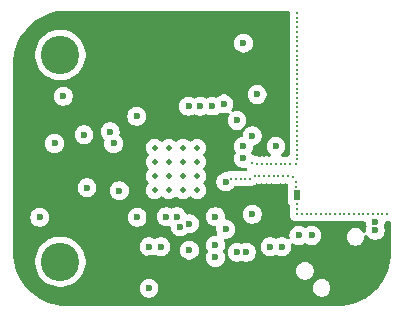
<source format=gbr>
%TF.GenerationSoftware,KiCad,Pcbnew,9.0.3-9.0.3-0~ubuntu24.04.1*%
%TF.CreationDate,2025-07-11T01:45:30-04:00*%
%TF.ProjectId,tire_sensor,74697265-5f73-4656-9e73-6f722e6b6963,rev?*%
%TF.SameCoordinates,Original*%
%TF.FileFunction,Copper,L3,Inr*%
%TF.FilePolarity,Positive*%
%FSLAX46Y46*%
G04 Gerber Fmt 4.6, Leading zero omitted, Abs format (unit mm)*
G04 Created by KiCad (PCBNEW 9.0.3-9.0.3-0~ubuntu24.04.1) date 2025-07-11 01:45:30*
%MOMM*%
%LPD*%
G01*
G04 APERTURE LIST*
%TA.AperFunction,HeatsinkPad*%
%ADD10C,0.500000*%
%TD*%
%TA.AperFunction,ComponentPad*%
%ADD11R,0.500000X0.900000*%
%TD*%
%TA.AperFunction,ViaPad*%
%ADD12C,0.300000*%
%TD*%
%TA.AperFunction,ViaPad*%
%ADD13C,0.600000*%
%TD*%
%TA.AperFunction,ViaPad*%
%ADD14C,3.250000*%
%TD*%
G04 APERTURE END LIST*
D10*
%TO.N,GND*%
%TO.C,U1*%
X82330000Y58800000D03*
X82330000Y60000000D03*
X82330000Y61200000D03*
X82330000Y62400000D03*
X81130000Y58800000D03*
X81130000Y60000000D03*
X81130000Y61200000D03*
X81130000Y62400000D03*
X79930000Y58800000D03*
X79930000Y60000000D03*
X79930000Y61200000D03*
X79930000Y62400000D03*
X78730000Y58800000D03*
X78730000Y60000000D03*
X78730000Y61200000D03*
X78730000Y62400000D03*
%TD*%
D11*
%TO.N,GND*%
%TO.C,AE1*%
X90750000Y58400000D03*
%TD*%
D12*
%TO.N,GND*%
X87000000Y61100000D03*
D13*
X75750000Y58750000D03*
X89000000Y62500000D03*
X71000000Y66750000D03*
X69000000Y56500000D03*
X78250000Y50500000D03*
X87000000Y56750000D03*
X86250000Y71250000D03*
%TO.N,VDD_NRF*%
X72250000Y56500000D03*
%TO.N,GND*%
X84750000Y55500000D03*
%TO.N,VDD_NRF*%
X75685000Y71287500D03*
%TO.N,GND*%
X87000000Y63400000D03*
%TO.N,VDD_NRF*%
X78250000Y56500000D03*
X78400000Y53050000D03*
X68050000Y61750000D03*
%TO.N,GND*%
X74970000Y63750000D03*
X87400000Y66900000D03*
%TO.N,VDD_NRF*%
X93600000Y55100000D03*
%TO.N,/nRESET*%
X92037443Y54962557D03*
X90937557Y54962557D03*
%TO.N,VDD_NRF*%
X88500000Y53000000D03*
D12*
%TO.N,GND*%
X90700000Y59100000D03*
X90443879Y59926017D03*
X90657697Y61050000D03*
X90192136Y61039320D03*
X90000000Y60000000D03*
X89600000Y60000000D03*
X89200000Y60000000D03*
X88800000Y60000000D03*
X88400000Y60000000D03*
X88000000Y60000000D03*
X87600000Y60000000D03*
X87400000Y61000000D03*
X87800000Y61000000D03*
X88200000Y61000000D03*
X88600000Y61000000D03*
X89000000Y61000000D03*
X89400000Y61000000D03*
D14*
X70750000Y52750000D03*
X70750000Y70250000D03*
D13*
%TO.N,VDD_NRF*%
X76530000Y63750000D03*
X70250000Y60750000D03*
X83600000Y64900000D03*
D12*
%TO.N,GND*%
X85200000Y59780000D03*
X85600000Y59780000D03*
D13*
X86250000Y62500000D03*
D12*
X89800000Y60980000D03*
D13*
X83600000Y65900000D03*
X75250000Y62750000D03*
X77220000Y65050000D03*
X82600000Y65900000D03*
X88500000Y54000000D03*
X84600000Y66100000D03*
D12*
X86000000Y59780000D03*
X87200000Y60000000D03*
D13*
X77250000Y56500000D03*
X78250000Y54000000D03*
X81600000Y65900000D03*
X79250000Y54000000D03*
X73000000Y59000000D03*
X84750000Y59500000D03*
X85700000Y64700000D03*
D12*
X86800000Y59780000D03*
D13*
X72750000Y63500000D03*
D12*
X86400000Y59780000D03*
D13*
X86250000Y61500000D03*
X70250000Y62750000D03*
%TO.N,/SDO*%
X81671956Y53722419D03*
X81671956Y55950000D03*
X83880000Y53100000D03*
%TO.N,/CS_DPS368*%
X80880000Y55700000D03*
%TO.N,/SDI*%
X83880000Y54145400D03*
%TO.N,/SCK*%
X83880000Y56550000D03*
%TO.N,/INT_LIS3DHTR*%
X86482403Y53550000D03*
X79730000Y56550000D03*
%TO.N,/CS_LIS3DHTR*%
X80601400Y56550000D03*
X85730000Y53550000D03*
%TO.N,GND*%
X97400000Y56100000D03*
D12*
X97600000Y56800000D03*
X96800000Y56800000D03*
X90800000Y70200000D03*
X93600000Y56800000D03*
X90800000Y67400000D03*
X90700000Y59500000D03*
X90800000Y66200000D03*
D13*
X97400000Y55400000D03*
D12*
X90800000Y65400000D03*
X92400000Y56800000D03*
X90800000Y64600000D03*
X96000000Y56800000D03*
X90800000Y69000000D03*
X98400000Y56800000D03*
X98000000Y56800000D03*
X90800000Y63400000D03*
X90800000Y61400000D03*
X90800000Y66600000D03*
X94800000Y56800000D03*
X90800000Y57600000D03*
X90800000Y56800000D03*
X90800000Y70600000D03*
X94400000Y56800000D03*
X90800000Y65800000D03*
X90800000Y63800000D03*
X93200000Y56800000D03*
X90800000Y71000000D03*
X90800000Y68200000D03*
X90800000Y62600000D03*
X90800000Y73000000D03*
X97200000Y56800000D03*
X90800000Y69800000D03*
X92000000Y56800000D03*
X90800000Y65000000D03*
X90800000Y68600000D03*
X92800000Y56800000D03*
X90800000Y73400000D03*
X95600000Y56800000D03*
X90800000Y72200000D03*
X90800000Y71400000D03*
X90800000Y69400000D03*
X90800000Y71800000D03*
X94000000Y56800000D03*
X90800000Y63000000D03*
X91600000Y56800000D03*
X96400000Y56800000D03*
X90800000Y62200000D03*
X95200000Y56800000D03*
X90800000Y72600000D03*
X90800000Y67000000D03*
X91200000Y56800000D03*
X90800000Y73800000D03*
X90800000Y64200000D03*
X90800000Y57200000D03*
X90800000Y61800000D03*
X90800000Y67800000D03*
D13*
X89500000Y54000000D03*
%TD*%
%TA.AperFunction,Conductor*%
%TO.N,VDD_NRF*%
G36*
X98595957Y56174483D02*
G01*
X98659366Y56175052D01*
X98718481Y56137806D01*
X98748075Y56074514D01*
X98749500Y56055766D01*
X98749500Y53502705D01*
X98749382Y53497296D01*
X98732615Y53113248D01*
X98731672Y53102472D01*
X98681851Y52724042D01*
X98679973Y52713389D01*
X98597357Y52340728D01*
X98594557Y52330279D01*
X98479778Y51966246D01*
X98476078Y51956080D01*
X98330006Y51603430D01*
X98325434Y51593626D01*
X98149187Y51255060D01*
X98143779Y51245692D01*
X97938689Y50923765D01*
X97932484Y50914903D01*
X97700110Y50612068D01*
X97693156Y50603781D01*
X97435294Y50322376D01*
X97427645Y50314727D01*
X97146213Y50056845D01*
X97137926Y50049892D01*
X96835109Y49817533D01*
X96826248Y49811328D01*
X96504318Y49606238D01*
X96494950Y49600830D01*
X96156371Y49424578D01*
X96146566Y49420006D01*
X95793926Y49273941D01*
X95783761Y49270241D01*
X95419725Y49155462D01*
X95409275Y49152662D01*
X95036612Y49070048D01*
X95025959Y49068170D01*
X94647531Y49018352D01*
X94636755Y49017409D01*
X94252130Y49000619D01*
X94246724Y49000501D01*
X94214422Y49000501D01*
X94184112Y49000501D01*
X94184108Y49000501D01*
X94176504Y49000500D01*
X94176503Y49000501D01*
X94176502Y49000500D01*
X91000000Y49000500D01*
X91000000Y50609975D01*
X92125582Y50609975D01*
X92125582Y50463056D01*
X92153565Y50322376D01*
X92154242Y50318973D01*
X92164626Y50293904D01*
X92210460Y50183249D01*
X92210465Y50183240D01*
X92292080Y50061096D01*
X92292083Y50061092D01*
X92395958Y49957217D01*
X92395962Y49957214D01*
X92518106Y49875599D01*
X92518112Y49875596D01*
X92518113Y49875595D01*
X92653840Y49819375D01*
X92797922Y49790716D01*
X92797926Y49790715D01*
X92797927Y49790715D01*
X92944838Y49790715D01*
X92944839Y49790716D01*
X93088924Y49819375D01*
X93224651Y49875595D01*
X93346802Y49957214D01*
X93450683Y50061095D01*
X93532302Y50183246D01*
X93588522Y50318973D01*
X93617182Y50463060D01*
X93617182Y50609970D01*
X93588522Y50754057D01*
X93532302Y50889784D01*
X93532301Y50889785D01*
X93532298Y50889791D01*
X93450683Y51011935D01*
X93450680Y51011939D01*
X93346805Y51115814D01*
X93346801Y51115817D01*
X93224657Y51197432D01*
X93224648Y51197437D01*
X93108148Y51245692D01*
X93088924Y51253655D01*
X93088920Y51253656D01*
X93088916Y51253657D01*
X92944841Y51282315D01*
X92944837Y51282315D01*
X92797927Y51282315D01*
X92797922Y51282315D01*
X92653847Y51253657D01*
X92653837Y51253654D01*
X92518115Y51197437D01*
X92518106Y51197432D01*
X92395962Y51115817D01*
X92395958Y51115814D01*
X92292083Y51011939D01*
X92292080Y51011935D01*
X92210465Y50889791D01*
X92210460Y50889782D01*
X92154243Y50754060D01*
X92154240Y50754050D01*
X92125582Y50609975D01*
X91000000Y50609975D01*
X91000000Y51366741D01*
X91081265Y51312440D01*
X91081271Y51312437D01*
X91081272Y51312436D01*
X91216999Y51256216D01*
X91361081Y51227557D01*
X91361085Y51227556D01*
X91361086Y51227556D01*
X91507997Y51227556D01*
X91507998Y51227557D01*
X91652083Y51256216D01*
X91787810Y51312436D01*
X91909961Y51394055D01*
X92013842Y51497936D01*
X92095461Y51620087D01*
X92151681Y51755814D01*
X92180341Y51899901D01*
X92180341Y52046811D01*
X92151681Y52190898D01*
X92095461Y52326625D01*
X92095460Y52326626D01*
X92095457Y52326632D01*
X92013842Y52448776D01*
X92013839Y52448780D01*
X91909964Y52552655D01*
X91909960Y52552658D01*
X91787816Y52634273D01*
X91787807Y52634278D01*
X91652085Y52690495D01*
X91652086Y52690495D01*
X91652083Y52690496D01*
X91652079Y52690497D01*
X91652075Y52690498D01*
X91508000Y52719156D01*
X91507996Y52719156D01*
X91361086Y52719156D01*
X91361081Y52719156D01*
X91217006Y52690498D01*
X91216996Y52690495D01*
X91081274Y52634278D01*
X91081265Y52634273D01*
X91000000Y52579973D01*
X91000000Y54162057D01*
X91016401Y54162057D01*
X91016402Y54162058D01*
X91171054Y54192820D01*
X91316736Y54253163D01*
X91418611Y54321235D01*
X91485286Y54342111D01*
X91552666Y54323627D01*
X91556344Y54321264D01*
X91658264Y54253163D01*
X91658266Y54253162D01*
X91658270Y54253160D01*
X91803941Y54192822D01*
X91803946Y54192820D01*
X91958596Y54162058D01*
X91958599Y54162057D01*
X91958601Y54162057D01*
X92116287Y54162057D01*
X92116288Y54162058D01*
X92270940Y54192820D01*
X92416622Y54253163D01*
X92547732Y54340768D01*
X92659232Y54452268D01*
X92746837Y54583378D01*
X92807180Y54729060D01*
X92837943Y54883715D01*
X92837943Y55041399D01*
X92837943Y55041402D01*
X92837942Y55041404D01*
X92813058Y55166503D01*
X92807180Y55196054D01*
X92805418Y55200307D01*
X92746840Y55341730D01*
X92746833Y55341743D01*
X92659232Y55472846D01*
X92659229Y55472850D01*
X92547735Y55584344D01*
X92547731Y55584347D01*
X92416628Y55671948D01*
X92416615Y55671955D01*
X92270944Y55732293D01*
X92270932Y55732296D01*
X92116288Y55763057D01*
X92116285Y55763057D01*
X91958601Y55763057D01*
X91958598Y55763057D01*
X91803953Y55732296D01*
X91803941Y55732293D01*
X91658270Y55671955D01*
X91658257Y55671948D01*
X91556391Y55603882D01*
X91489714Y55583004D01*
X91422333Y55601488D01*
X91418609Y55603882D01*
X91316742Y55671948D01*
X91316729Y55671955D01*
X91171058Y55732293D01*
X91171046Y55732296D01*
X91016402Y55763057D01*
X91016399Y55763057D01*
X91000000Y55763057D01*
X91000000Y56171728D01*
X91024186Y56171728D01*
X91121277Y56152415D01*
X91135930Y56149500D01*
X91135931Y56149500D01*
X91264070Y56149500D01*
X91278722Y56152415D01*
X91375814Y56171728D01*
X91424186Y56171728D01*
X91521277Y56152415D01*
X91535930Y56149500D01*
X91535931Y56149500D01*
X91664070Y56149500D01*
X91678722Y56152415D01*
X91775814Y56171728D01*
X91824186Y56171728D01*
X91921277Y56152415D01*
X91935930Y56149500D01*
X91935931Y56149500D01*
X92064070Y56149500D01*
X92078722Y56152415D01*
X92175814Y56171728D01*
X92224186Y56171728D01*
X92321277Y56152415D01*
X92335930Y56149500D01*
X92335931Y56149500D01*
X92464070Y56149500D01*
X92478722Y56152415D01*
X92575814Y56171728D01*
X92624186Y56171728D01*
X92721277Y56152415D01*
X92735930Y56149500D01*
X92735931Y56149500D01*
X92864070Y56149500D01*
X92878722Y56152415D01*
X92975814Y56171728D01*
X93024186Y56171728D01*
X93121277Y56152415D01*
X93135930Y56149500D01*
X93135931Y56149500D01*
X93264070Y56149500D01*
X93278722Y56152415D01*
X93375814Y56171728D01*
X93424186Y56171728D01*
X93521277Y56152415D01*
X93535930Y56149500D01*
X93535931Y56149500D01*
X93664070Y56149500D01*
X93678722Y56152415D01*
X93775814Y56171728D01*
X93824186Y56171728D01*
X93921277Y56152415D01*
X93935930Y56149500D01*
X93935931Y56149500D01*
X94064070Y56149500D01*
X94078722Y56152415D01*
X94175814Y56171728D01*
X94224186Y56171728D01*
X94321277Y56152415D01*
X94335930Y56149500D01*
X94335931Y56149500D01*
X94464070Y56149500D01*
X94478722Y56152415D01*
X94575814Y56171728D01*
X94624186Y56171728D01*
X94721277Y56152415D01*
X94735930Y56149500D01*
X94735931Y56149500D01*
X94864070Y56149500D01*
X94878722Y56152415D01*
X94975814Y56171728D01*
X95024186Y56171728D01*
X95121277Y56152415D01*
X95135930Y56149500D01*
X95135931Y56149500D01*
X95264070Y56149500D01*
X95278722Y56152415D01*
X95375814Y56171728D01*
X95424186Y56171728D01*
X95521277Y56152415D01*
X95535930Y56149500D01*
X95535931Y56149500D01*
X95664070Y56149500D01*
X95678722Y56152415D01*
X95775814Y56171728D01*
X95824186Y56171728D01*
X95921277Y56152415D01*
X95935930Y56149500D01*
X95935931Y56149500D01*
X96064070Y56149500D01*
X96078722Y56152415D01*
X96175814Y56171728D01*
X96224186Y56171728D01*
X96321277Y56152415D01*
X96335930Y56149500D01*
X96470161Y56149500D01*
X96470161Y56148136D01*
X96531989Y56136412D01*
X96582700Y56088348D01*
X96599500Y56026026D01*
X96599500Y56021154D01*
X96630260Y55866512D01*
X96630262Y55866507D01*
X96630263Y55866503D01*
X96658864Y55797453D01*
X96658865Y55797451D01*
X96666333Y55727982D01*
X96658865Y55702553D01*
X96630263Y55633497D01*
X96630262Y55633494D01*
X96630260Y55633489D01*
X96599500Y55478847D01*
X96599500Y55319464D01*
X96579815Y55252425D01*
X96527011Y55206670D01*
X96457853Y55196726D01*
X96394297Y55225751D01*
X96372398Y55250573D01*
X96324365Y55322458D01*
X96324362Y55322462D01*
X96220487Y55426337D01*
X96220483Y55426340D01*
X96098339Y55507955D01*
X96098330Y55507960D01*
X95962608Y55564177D01*
X95962609Y55564177D01*
X95962606Y55564178D01*
X95962602Y55564179D01*
X95962598Y55564180D01*
X95818523Y55592838D01*
X95818519Y55592838D01*
X95671609Y55592838D01*
X95671604Y55592838D01*
X95527529Y55564180D01*
X95527519Y55564177D01*
X95391797Y55507960D01*
X95391788Y55507955D01*
X95269644Y55426340D01*
X95269640Y55426337D01*
X95165765Y55322462D01*
X95165762Y55322458D01*
X95084147Y55200314D01*
X95084142Y55200305D01*
X95027925Y55064583D01*
X95027922Y55064573D01*
X94999264Y54920498D01*
X94999264Y54773579D01*
X95027922Y54629504D01*
X95027925Y54629494D01*
X95084142Y54493772D01*
X95084147Y54493763D01*
X95165762Y54371619D01*
X95165765Y54371615D01*
X95269640Y54267740D01*
X95269644Y54267737D01*
X95391788Y54186122D01*
X95391794Y54186119D01*
X95391795Y54186118D01*
X95527522Y54129898D01*
X95671604Y54101239D01*
X95671608Y54101238D01*
X95671609Y54101238D01*
X95818520Y54101238D01*
X95818521Y54101239D01*
X95962606Y54129898D01*
X96098333Y54186118D01*
X96220484Y54267737D01*
X96324365Y54371618D01*
X96405984Y54493769D01*
X96462204Y54629496D01*
X96490864Y54773583D01*
X96490864Y54910983D01*
X96510549Y54978022D01*
X96563353Y55023777D01*
X96632511Y55033721D01*
X96696067Y55004696D01*
X96717966Y54979873D01*
X96778207Y54889716D01*
X96778213Y54889708D01*
X96889707Y54778214D01*
X96889711Y54778211D01*
X97020814Y54690610D01*
X97020827Y54690603D01*
X97166498Y54630265D01*
X97166503Y54630263D01*
X97321153Y54599501D01*
X97321156Y54599500D01*
X97321158Y54599500D01*
X97478844Y54599500D01*
X97478845Y54599501D01*
X97633497Y54630263D01*
X97779179Y54690606D01*
X97910289Y54778211D01*
X98021789Y54889711D01*
X98109394Y55020821D01*
X98169737Y55166503D01*
X98200500Y55321158D01*
X98200500Y55478842D01*
X98200500Y55478845D01*
X98200499Y55478847D01*
X98194708Y55507960D01*
X98169737Y55633497D01*
X98141134Y55702550D01*
X98133666Y55772016D01*
X98141133Y55797448D01*
X98169737Y55866503D01*
X98200500Y56021158D01*
X98200500Y56026026D01*
X98220185Y56093065D01*
X98272989Y56138820D01*
X98329839Y56148293D01*
X98329839Y56149500D01*
X98464071Y56149500D01*
X98595718Y56175687D01*
X98595957Y56174483D01*
G37*
%TD.AperFunction*%
%TD*%
%TA.AperFunction,Conductor*%
%TO.N,VDD_NRF*%
G36*
X90093065Y73979815D02*
G01*
X90138820Y73927011D01*
X90148293Y73870161D01*
X90149500Y73870161D01*
X90149500Y73735927D01*
X90171726Y73624191D01*
X90171726Y73575809D01*
X90149500Y73464074D01*
X90149500Y73335927D01*
X90171726Y73224191D01*
X90171726Y73175809D01*
X90149500Y73064074D01*
X90149500Y72935927D01*
X90171726Y72824191D01*
X90171726Y72775809D01*
X90149500Y72664074D01*
X90149500Y72535927D01*
X90171726Y72424191D01*
X90171726Y72375809D01*
X90149500Y72264074D01*
X90149500Y72135927D01*
X90171726Y72024191D01*
X90171726Y71975809D01*
X90149500Y71864074D01*
X90149500Y71735927D01*
X90171726Y71624191D01*
X90171726Y71575809D01*
X90149500Y71464074D01*
X90149500Y71335927D01*
X90171726Y71224191D01*
X90171726Y71175809D01*
X90149500Y71064074D01*
X90149500Y70935927D01*
X90171726Y70824191D01*
X90171726Y70775809D01*
X90149500Y70664074D01*
X90149500Y70535927D01*
X90171726Y70424191D01*
X90171726Y70375809D01*
X90149500Y70264074D01*
X90149500Y70135927D01*
X90171726Y70024191D01*
X90171726Y69975809D01*
X90149500Y69864074D01*
X90149500Y69735927D01*
X90171726Y69624191D01*
X90171726Y69575809D01*
X90149500Y69464074D01*
X90149500Y69335927D01*
X90171726Y69224191D01*
X90171726Y69175809D01*
X90149500Y69064074D01*
X90149500Y68935927D01*
X90171726Y68824191D01*
X90171726Y68775809D01*
X90149500Y68664074D01*
X90149500Y68535927D01*
X90171726Y68424191D01*
X90171726Y68375809D01*
X90149500Y68264074D01*
X90149500Y68135927D01*
X90171726Y68024191D01*
X90171726Y67975809D01*
X90149500Y67864074D01*
X90149500Y67735927D01*
X90171726Y67624191D01*
X90171726Y67575809D01*
X90149500Y67464074D01*
X90149500Y67335927D01*
X90171726Y67224191D01*
X90171726Y67175809D01*
X90149500Y67064074D01*
X90149500Y66935927D01*
X90171726Y66824191D01*
X90171726Y66775809D01*
X90149500Y66664074D01*
X90149500Y66535927D01*
X90171726Y66424191D01*
X90171726Y66375809D01*
X90149500Y66264074D01*
X90149500Y66135927D01*
X90171726Y66024191D01*
X90171726Y65975809D01*
X90149500Y65864074D01*
X90149500Y65735927D01*
X90171726Y65624191D01*
X90171726Y65575809D01*
X90149500Y65464074D01*
X90149500Y65335927D01*
X90171726Y65224191D01*
X90171726Y65175809D01*
X90149500Y65064074D01*
X90149500Y64935927D01*
X90171726Y64824191D01*
X90171726Y64775809D01*
X90149500Y64664074D01*
X90149500Y64535927D01*
X90171726Y64424191D01*
X90171726Y64375809D01*
X90149500Y64264074D01*
X90149500Y64135927D01*
X90171726Y64024191D01*
X90171726Y63975809D01*
X90149500Y63864074D01*
X90149500Y63735927D01*
X90171726Y63624191D01*
X90171726Y63575809D01*
X90149500Y63464074D01*
X90149500Y63335927D01*
X90171726Y63224191D01*
X90171726Y63175809D01*
X90149500Y63064074D01*
X90149500Y62935927D01*
X90171726Y62824191D01*
X90171726Y62775809D01*
X90149500Y62664074D01*
X90149500Y62535927D01*
X90171726Y62424191D01*
X90171726Y62375809D01*
X90149500Y62264074D01*
X90149500Y62135927D01*
X90171726Y62024191D01*
X90171822Y62021662D01*
X90172412Y62020445D01*
X90172256Y62010318D01*
X90173218Y61985160D01*
X90172650Y61980450D01*
X90149500Y61864069D01*
X90149500Y61788400D01*
X90148609Y61781008D01*
X90137642Y61755468D01*
X90129815Y61728809D01*
X90124052Y61723817D01*
X90121043Y61716806D01*
X90098009Y61701250D01*
X90077011Y61683054D01*
X90065623Y61679377D01*
X90063142Y61677700D01*
X90060228Y61677634D01*
X90049694Y61674231D01*
X90002395Y61664822D01*
X90002393Y61664822D01*
X90002392Y61664821D01*
X89977412Y61654474D01*
X89936289Y61637441D01*
X89870174Y61630335D01*
X89870132Y61629903D01*
X89868058Y61630108D01*
X89866819Y61629974D01*
X89864655Y61630384D01*
X89864073Y61630500D01*
X89864069Y61630500D01*
X89735931Y61630500D01*
X89721940Y61627717D01*
X89665908Y61616572D01*
X89612997Y61617562D01*
X89603387Y61619851D01*
X89589744Y61625501D01*
X89528428Y61637698D01*
X89526151Y61638240D01*
X89497754Y61654474D01*
X89468768Y61669637D01*
X89467579Y61671725D01*
X89465494Y61672917D01*
X89450386Y61701919D01*
X89434195Y61730353D01*
X89434323Y61732753D01*
X89433214Y61734883D01*
X89436184Y61767460D01*
X89437936Y61800123D01*
X89439340Y61802072D01*
X89439559Y61804464D01*
X89459673Y61830267D01*
X89478803Y61856794D01*
X89482342Y61859347D01*
X89482516Y61859569D01*
X89482779Y61859662D01*
X89485957Y61861954D01*
X89510289Y61878211D01*
X89621789Y61989711D01*
X89709394Y62120821D01*
X89769737Y62266503D01*
X89800500Y62421158D01*
X89800500Y62578842D01*
X89800500Y62578845D01*
X89800499Y62578847D01*
X89778269Y62690603D01*
X89769737Y62733497D01*
X89709794Y62878214D01*
X89709397Y62879173D01*
X89709390Y62879186D01*
X89621789Y63010289D01*
X89621786Y63010293D01*
X89510292Y63121787D01*
X89510288Y63121790D01*
X89379185Y63209391D01*
X89379172Y63209398D01*
X89233501Y63269736D01*
X89233489Y63269739D01*
X89078845Y63300500D01*
X89078842Y63300500D01*
X88921158Y63300500D01*
X88921155Y63300500D01*
X88766510Y63269739D01*
X88766498Y63269736D01*
X88620827Y63209398D01*
X88620814Y63209391D01*
X88489711Y63121790D01*
X88489707Y63121787D01*
X88378213Y63010293D01*
X88378210Y63010289D01*
X88290609Y62879186D01*
X88290602Y62879173D01*
X88230264Y62733502D01*
X88230261Y62733490D01*
X88199500Y62578847D01*
X88199500Y62421154D01*
X88230261Y62266511D01*
X88230264Y62266499D01*
X88290602Y62120828D01*
X88290609Y62120815D01*
X88378210Y61989712D01*
X88378213Y61989708D01*
X88489707Y61878214D01*
X88489712Y61878210D01*
X88514016Y61861971D01*
X88528215Y61844981D01*
X88545704Y61831396D01*
X88550185Y61818695D01*
X88558822Y61808360D01*
X88561582Y61786389D01*
X88568949Y61765507D01*
X88565851Y61752401D01*
X88567531Y61739035D01*
X88557973Y61719059D01*
X88552882Y61697510D01*
X88543190Y61688158D01*
X88537377Y61676007D01*
X88518537Y61664369D01*
X88502603Y61648993D01*
X88481721Y61641627D01*
X88477935Y61639287D01*
X88469320Y61637251D01*
X88424193Y61628274D01*
X88375809Y61628274D01*
X88264072Y61650500D01*
X88264069Y61650500D01*
X88135931Y61650500D01*
X88135928Y61650500D01*
X88024191Y61628274D01*
X87975809Y61628274D01*
X87864072Y61650500D01*
X87864069Y61650500D01*
X87735931Y61650500D01*
X87735928Y61650500D01*
X87624191Y61628274D01*
X87622165Y61628191D01*
X87621204Y61627717D01*
X87613117Y61627817D01*
X87585925Y61626692D01*
X87580830Y61627275D01*
X87464069Y61650500D01*
X87377537Y61650500D01*
X87370526Y61651301D01*
X87344575Y61662253D01*
X87317562Y61670185D01*
X87315747Y61671374D01*
X87308127Y61676465D01*
X87308124Y61676467D01*
X87308123Y61676467D01*
X87189744Y61725501D01*
X87189738Y61725503D01*
X87073086Y61748707D01*
X87071617Y61749476D01*
X87069962Y61749370D01*
X87040771Y61765611D01*
X87011175Y61781092D01*
X87009889Y61782792D01*
X87008906Y61783339D01*
X87004887Y61789406D01*
X86987979Y61811760D01*
X86985073Y61817183D01*
X86959394Y61879179D01*
X86921339Y61936131D01*
X86918497Y61941436D01*
X86912526Y61969969D01*
X86903816Y61997785D01*
X86905455Y62003761D01*
X86904186Y62009825D01*
X86914589Y62037059D01*
X86922300Y62065165D01*
X86924676Y62068864D01*
X86959394Y62120821D01*
X87019737Y62266503D01*
X87050500Y62421158D01*
X87050500Y62492099D01*
X87070185Y62559138D01*
X87122989Y62604893D01*
X87150301Y62613715D01*
X87233497Y62630263D01*
X87379179Y62690606D01*
X87510289Y62778211D01*
X87621789Y62889711D01*
X87709394Y63020821D01*
X87769737Y63166503D01*
X87800500Y63321158D01*
X87800500Y63478842D01*
X87800500Y63478845D01*
X87800499Y63478847D01*
X87795245Y63505262D01*
X87769737Y63633497D01*
X87754138Y63671156D01*
X87709397Y63779173D01*
X87709390Y63779186D01*
X87621789Y63910289D01*
X87621786Y63910293D01*
X87510292Y64021787D01*
X87510288Y64021790D01*
X87379185Y64109391D01*
X87379172Y64109398D01*
X87233501Y64169736D01*
X87233489Y64169739D01*
X87078845Y64200500D01*
X87078842Y64200500D01*
X86921158Y64200500D01*
X86921155Y64200500D01*
X86766510Y64169739D01*
X86766498Y64169736D01*
X86620827Y64109398D01*
X86620814Y64109391D01*
X86512132Y64036772D01*
X86512126Y64036767D01*
X86489711Y64021789D01*
X86378211Y63910289D01*
X86363233Y63887874D01*
X86363228Y63887868D01*
X86290609Y63779186D01*
X86290602Y63779173D01*
X86230264Y63633502D01*
X86230261Y63633490D01*
X86199500Y63478847D01*
X86199500Y63407902D01*
X86179815Y63340863D01*
X86127011Y63295108D01*
X86099692Y63286285D01*
X86016508Y63269739D01*
X86016498Y63269736D01*
X85870827Y63209398D01*
X85870814Y63209391D01*
X85739711Y63121790D01*
X85739707Y63121787D01*
X85628213Y63010293D01*
X85628210Y63010289D01*
X85540609Y62879186D01*
X85540602Y62879173D01*
X85480264Y62733502D01*
X85480261Y62733490D01*
X85449500Y62578847D01*
X85449500Y62421154D01*
X85480261Y62266511D01*
X85480264Y62266499D01*
X85540602Y62120828D01*
X85540609Y62120815D01*
X85575304Y62068891D01*
X85596182Y62002214D01*
X85577698Y61934833D01*
X85575304Y61931109D01*
X85540609Y61879186D01*
X85540602Y61879173D01*
X85480264Y61733502D01*
X85480261Y61733490D01*
X85449500Y61578847D01*
X85449500Y61421154D01*
X85480261Y61266511D01*
X85480264Y61266499D01*
X85540602Y61120828D01*
X85540609Y61120815D01*
X85628210Y60989712D01*
X85628213Y60989708D01*
X85739707Y60878214D01*
X85739711Y60878211D01*
X85870814Y60790610D01*
X85870827Y60790603D01*
X86016498Y60730265D01*
X86016503Y60730263D01*
X86128607Y60707964D01*
X86171153Y60699501D01*
X86171156Y60699500D01*
X86171158Y60699500D01*
X86328844Y60699500D01*
X86390377Y60711740D01*
X86398284Y60711033D01*
X86405723Y60713807D01*
X86432586Y60707964D01*
X86459969Y60705513D01*
X86467978Y60700265D01*
X86473996Y60698955D01*
X86502250Y60677804D01*
X86537873Y60642181D01*
X86571358Y60580858D01*
X86566374Y60511166D01*
X86524502Y60455233D01*
X86459038Y60430816D01*
X86450192Y60430500D01*
X86335928Y60430500D01*
X86224191Y60408274D01*
X86175809Y60408274D01*
X86064072Y60430500D01*
X86064069Y60430500D01*
X85935931Y60430500D01*
X85935928Y60430500D01*
X85824191Y60408274D01*
X85775809Y60408274D01*
X85664072Y60430500D01*
X85664069Y60430500D01*
X85535931Y60430500D01*
X85535928Y60430500D01*
X85424191Y60408274D01*
X85375809Y60408274D01*
X85264072Y60430500D01*
X85264069Y60430500D01*
X85135931Y60430500D01*
X85135929Y60430500D01*
X85010261Y60405503D01*
X85010255Y60405501D01*
X84891873Y60356466D01*
X84857091Y60333225D01*
X84839390Y60321398D01*
X84772715Y60300520D01*
X84770501Y60300500D01*
X84671155Y60300500D01*
X84516510Y60269739D01*
X84516498Y60269736D01*
X84370827Y60209398D01*
X84370814Y60209391D01*
X84239711Y60121790D01*
X84239707Y60121787D01*
X84128213Y60010293D01*
X84128210Y60010289D01*
X84040609Y59879186D01*
X84040602Y59879173D01*
X83980264Y59733502D01*
X83980261Y59733490D01*
X83949500Y59578847D01*
X83949500Y59421154D01*
X83980261Y59266511D01*
X83980264Y59266499D01*
X84040602Y59120828D01*
X84040609Y59120815D01*
X84128210Y58989712D01*
X84128213Y58989708D01*
X84239707Y58878214D01*
X84239711Y58878211D01*
X84370814Y58790610D01*
X84370827Y58790603D01*
X84516498Y58730265D01*
X84516503Y58730263D01*
X84671153Y58699501D01*
X84671156Y58699500D01*
X84671158Y58699500D01*
X84828844Y58699500D01*
X84828845Y58699501D01*
X84983497Y58730263D01*
X85129179Y58790606D01*
X85260289Y58878211D01*
X85371789Y58989711D01*
X85428348Y59074357D01*
X85428371Y59074391D01*
X85481983Y59119196D01*
X85531473Y59129500D01*
X85664070Y59129500D01*
X85678722Y59132415D01*
X85775814Y59151728D01*
X85824186Y59151728D01*
X85921277Y59132415D01*
X85935930Y59129500D01*
X85935931Y59129500D01*
X86064070Y59129500D01*
X86078722Y59132415D01*
X86175814Y59151728D01*
X86224186Y59151728D01*
X86321277Y59132415D01*
X86335930Y59129500D01*
X86335931Y59129500D01*
X86464070Y59129500D01*
X86478722Y59132415D01*
X86575814Y59151728D01*
X86624186Y59151728D01*
X86721277Y59132415D01*
X86735930Y59129500D01*
X86735931Y59129500D01*
X86864071Y59129500D01*
X86948615Y59146318D01*
X86989744Y59154499D01*
X87108127Y59203535D01*
X87214669Y59274724D01*
X87269148Y59329205D01*
X87285746Y59338269D01*
X87299358Y59351401D01*
X87328847Y59361804D01*
X87330471Y59362690D01*
X87332526Y59363118D01*
X87375813Y59371728D01*
X87424191Y59371728D01*
X87499906Y59356666D01*
X87535930Y59349500D01*
X87535931Y59349500D01*
X87664070Y59349500D01*
X87678722Y59352415D01*
X87775814Y59371728D01*
X87824186Y59371728D01*
X87921277Y59352415D01*
X87935930Y59349500D01*
X87935931Y59349500D01*
X88064070Y59349500D01*
X88078722Y59352415D01*
X88175814Y59371728D01*
X88224186Y59371728D01*
X88321277Y59352415D01*
X88335930Y59349500D01*
X88335931Y59349500D01*
X88464070Y59349500D01*
X88478722Y59352415D01*
X88575814Y59371728D01*
X88624186Y59371728D01*
X88721277Y59352415D01*
X88735930Y59349500D01*
X88735931Y59349500D01*
X88864070Y59349500D01*
X88878722Y59352415D01*
X88975814Y59371728D01*
X89024186Y59371728D01*
X89121277Y59352415D01*
X89135930Y59349500D01*
X89135931Y59349500D01*
X89264070Y59349500D01*
X89278722Y59352415D01*
X89375814Y59371728D01*
X89424186Y59371728D01*
X89521277Y59352415D01*
X89535930Y59349500D01*
X89535931Y59349500D01*
X89664070Y59349500D01*
X89678722Y59352415D01*
X89775813Y59371729D01*
X89782963Y59371787D01*
X89786923Y59373420D01*
X89816779Y59372065D01*
X89822193Y59372109D01*
X89823105Y59371943D01*
X89935931Y59349500D01*
X89946478Y59349500D01*
X89957483Y59347498D01*
X89979111Y59336633D01*
X90002329Y59329815D01*
X90009765Y59321233D01*
X90019917Y59316133D01*
X90032237Y59295299D01*
X90048084Y59277011D01*
X90049700Y59265769D01*
X90055482Y59255992D01*
X90054583Y59231809D01*
X90058028Y59207853D01*
X90056907Y59201308D01*
X90049500Y59164072D01*
X90049500Y59096729D01*
X90041682Y59053396D01*
X90005908Y58957483D01*
X89999501Y58897884D01*
X89999500Y58897865D01*
X89999500Y57902130D01*
X89999501Y57902124D01*
X90005908Y57842517D01*
X90056202Y57707672D01*
X90056203Y57707670D01*
X90124767Y57616081D01*
X90147673Y57562977D01*
X90149500Y57552452D01*
X90149500Y57535931D01*
X90172017Y57422733D01*
X90172282Y57421207D01*
X90171726Y57416340D01*
X90171726Y57375809D01*
X90149500Y57264074D01*
X90149500Y57135927D01*
X90171726Y57024191D01*
X90171726Y56975809D01*
X90149500Y56864074D01*
X90149500Y56864069D01*
X90149500Y56735931D01*
X90149500Y56735929D01*
X90149499Y56735929D01*
X90174497Y56610262D01*
X90174499Y56610256D01*
X90223533Y56491876D01*
X90223538Y56491867D01*
X90294723Y56385332D01*
X90294726Y56385328D01*
X90385327Y56294727D01*
X90385331Y56294724D01*
X90491866Y56223539D01*
X90491872Y56223536D01*
X90491873Y56223535D01*
X90610256Y56174499D01*
X90610260Y56174499D01*
X90610261Y56174498D01*
X90735928Y56149500D01*
X90735931Y56149500D01*
X90864070Y56149500D01*
X90878722Y56152415D01*
X90975813Y56171729D01*
X90983692Y56171754D01*
X90988163Y56173545D01*
X91000000Y56172949D01*
X91000000Y55763057D01*
X90858712Y55763057D01*
X90704067Y55732296D01*
X90704055Y55732293D01*
X90558384Y55671955D01*
X90558371Y55671948D01*
X90427268Y55584347D01*
X90427264Y55584344D01*
X90315770Y55472850D01*
X90315767Y55472846D01*
X90228166Y55341743D01*
X90228159Y55341730D01*
X90167821Y55196059D01*
X90167818Y55196047D01*
X90137057Y55041404D01*
X90137057Y54883711D01*
X90158171Y54777565D01*
X90151944Y54707974D01*
X90109081Y54652796D01*
X90043191Y54629552D01*
X89975194Y54645620D01*
X89967664Y54650272D01*
X89879190Y54709388D01*
X89879172Y54709398D01*
X89733501Y54769736D01*
X89733489Y54769739D01*
X89578845Y54800500D01*
X89578842Y54800500D01*
X89421158Y54800500D01*
X89421155Y54800500D01*
X89266510Y54769739D01*
X89266498Y54769736D01*
X89120827Y54709398D01*
X89120814Y54709391D01*
X89068891Y54674696D01*
X89002214Y54653818D01*
X88934833Y54672302D01*
X88931109Y54674696D01*
X88879185Y54709391D01*
X88879172Y54709398D01*
X88733501Y54769736D01*
X88733489Y54769739D01*
X88578845Y54800500D01*
X88578842Y54800500D01*
X88421158Y54800500D01*
X88421155Y54800500D01*
X88266510Y54769739D01*
X88266498Y54769736D01*
X88120827Y54709398D01*
X88120814Y54709391D01*
X87989711Y54621790D01*
X87989707Y54621787D01*
X87878213Y54510293D01*
X87878210Y54510289D01*
X87790609Y54379186D01*
X87790602Y54379173D01*
X87730264Y54233502D01*
X87730261Y54233490D01*
X87699500Y54078847D01*
X87699500Y53921154D01*
X87730261Y53766511D01*
X87730264Y53766499D01*
X87790602Y53620828D01*
X87790609Y53620815D01*
X87878210Y53489712D01*
X87878213Y53489708D01*
X87989707Y53378214D01*
X87989711Y53378211D01*
X88120814Y53290610D01*
X88120827Y53290603D01*
X88266498Y53230265D01*
X88266503Y53230263D01*
X88421153Y53199501D01*
X88421156Y53199500D01*
X88421158Y53199500D01*
X88578844Y53199500D01*
X88578845Y53199501D01*
X88733497Y53230263D01*
X88879179Y53290606D01*
X88931110Y53325306D01*
X88997785Y53346184D01*
X89065165Y53327700D01*
X89068863Y53325324D01*
X89120821Y53290606D01*
X89120823Y53290605D01*
X89120825Y53290604D01*
X89266498Y53230265D01*
X89266503Y53230263D01*
X89421153Y53199501D01*
X89421156Y53199500D01*
X89421158Y53199500D01*
X89578844Y53199500D01*
X89578845Y53199501D01*
X89733497Y53230263D01*
X89879179Y53290606D01*
X90010289Y53378211D01*
X90121789Y53489711D01*
X90209394Y53620821D01*
X90212719Y53628847D01*
X90243777Y53703829D01*
X90269737Y53766503D01*
X90300500Y53921158D01*
X90300500Y54078842D01*
X90300500Y54078845D01*
X90282012Y54171787D01*
X90279385Y54184994D01*
X90285612Y54254583D01*
X90328474Y54309761D01*
X90394364Y54333006D01*
X90462361Y54316939D01*
X90469893Y54312286D01*
X90558371Y54253167D01*
X90558384Y54253160D01*
X90704055Y54192822D01*
X90704060Y54192820D01*
X90858710Y54162058D01*
X90858713Y54162057D01*
X91000000Y54162057D01*
X91000000Y52579973D01*
X90959121Y52552658D01*
X90959117Y52552655D01*
X90855242Y52448780D01*
X90855239Y52448776D01*
X90773624Y52326632D01*
X90773619Y52326623D01*
X90717402Y52190901D01*
X90717399Y52190891D01*
X90688741Y52046816D01*
X90688741Y51899897D01*
X90717399Y51755822D01*
X90717402Y51755812D01*
X90773619Y51620090D01*
X90773624Y51620081D01*
X90855239Y51497937D01*
X90855242Y51497933D01*
X90959117Y51394058D01*
X90959121Y51394055D01*
X91000000Y51366741D01*
X91000000Y49000500D01*
X71252712Y49000500D01*
X71247302Y49000618D01*
X70863252Y49017389D01*
X70852476Y49018332D01*
X70474044Y49068156D01*
X70463391Y49070034D01*
X70090728Y49152653D01*
X70080279Y49155453D01*
X69716242Y49270235D01*
X69706077Y49273935D01*
X69353427Y49420008D01*
X69343623Y49424580D01*
X69005056Y49600827D01*
X68995688Y49606235D01*
X68673752Y49811330D01*
X68664891Y49817535D01*
X68362072Y50049896D01*
X68353785Y50056849D01*
X68072358Y50314727D01*
X68064709Y50322376D01*
X68045973Y50342822D01*
X67829694Y50578847D01*
X77449500Y50578847D01*
X77449500Y50421154D01*
X77480261Y50266511D01*
X77480264Y50266499D01*
X77540602Y50120828D01*
X77540609Y50120815D01*
X77628210Y49989712D01*
X77628213Y49989708D01*
X77739707Y49878214D01*
X77739711Y49878211D01*
X77870814Y49790610D01*
X77870827Y49790603D01*
X78016498Y49730265D01*
X78016503Y49730263D01*
X78171153Y49699501D01*
X78171156Y49699500D01*
X78171158Y49699500D01*
X78328844Y49699500D01*
X78328845Y49699501D01*
X78483497Y49730263D01*
X78629179Y49790606D01*
X78760289Y49878211D01*
X78871789Y49989711D01*
X78959394Y50120821D01*
X79019737Y50266503D01*
X79050500Y50421158D01*
X79050500Y50578842D01*
X79050500Y50578845D01*
X79050499Y50578847D01*
X79019737Y50733497D01*
X78975784Y50839610D01*
X78959397Y50879173D01*
X78959390Y50879186D01*
X78871789Y51010289D01*
X78871786Y51010293D01*
X78760292Y51121787D01*
X78760288Y51121790D01*
X78629185Y51209391D01*
X78629172Y51209398D01*
X78483501Y51269736D01*
X78483489Y51269739D01*
X78328845Y51300500D01*
X78328842Y51300500D01*
X78171158Y51300500D01*
X78171155Y51300500D01*
X78016510Y51269739D01*
X78016498Y51269736D01*
X77870827Y51209398D01*
X77870814Y51209391D01*
X77739711Y51121790D01*
X77739707Y51121787D01*
X77628213Y51010293D01*
X77628210Y51010289D01*
X77540609Y50879186D01*
X77540602Y50879173D01*
X77480264Y50733502D01*
X77480261Y50733490D01*
X77449500Y50578847D01*
X67829694Y50578847D01*
X67806823Y50603806D01*
X67799875Y50612087D01*
X67790350Y50624500D01*
X67567509Y50914909D01*
X67561307Y50923766D01*
X67506182Y51010293D01*
X67356213Y51245695D01*
X67350806Y51255059D01*
X67350204Y51256216D01*
X67174542Y51593650D01*
X67169985Y51603421D01*
X67023899Y51956096D01*
X67020200Y51966261D01*
X66905418Y52330288D01*
X66902618Y52340736D01*
X66891562Y52390603D01*
X66819992Y52713410D01*
X66818121Y52724021D01*
X66796358Y52889307D01*
X68624500Y52889307D01*
X68624500Y52610694D01*
X68624501Y52610678D01*
X68660866Y52334457D01*
X68660867Y52334452D01*
X68660868Y52334446D01*
X68699333Y52190891D01*
X68732981Y52065315D01*
X68732984Y52065305D01*
X68839604Y51807902D01*
X68839609Y51807891D01*
X68978914Y51566610D01*
X68978925Y51566594D01*
X69148533Y51345555D01*
X69148539Y51345548D01*
X69345547Y51148540D01*
X69345553Y51148535D01*
X69566602Y50978919D01*
X69566609Y50978915D01*
X69807890Y50839610D01*
X69807895Y50839608D01*
X69807898Y50839606D01*
X70065314Y50732981D01*
X70334446Y50660868D01*
X70610687Y50624500D01*
X70610694Y50624500D01*
X70889306Y50624500D01*
X70889313Y50624500D01*
X71165554Y50660868D01*
X71434686Y50732981D01*
X71692102Y50839606D01*
X71933398Y50978919D01*
X72154447Y51148535D01*
X72351465Y51345553D01*
X72521081Y51566602D01*
X72660394Y51807898D01*
X72767019Y52065314D01*
X72839132Y52334446D01*
X72875500Y52610687D01*
X72875500Y52889313D01*
X72839132Y53165554D01*
X72767019Y53434686D01*
X72751913Y53471154D01*
X72689922Y53620815D01*
X72660394Y53692102D01*
X72660392Y53692105D01*
X72660390Y53692110D01*
X72521085Y53933391D01*
X72521081Y53933398D01*
X72418904Y54066558D01*
X72409474Y54078847D01*
X77449500Y54078847D01*
X77449500Y53921154D01*
X77480261Y53766511D01*
X77480264Y53766499D01*
X77540602Y53620828D01*
X77540609Y53620815D01*
X77628210Y53489712D01*
X77628213Y53489708D01*
X77739707Y53378214D01*
X77739711Y53378211D01*
X77870814Y53290610D01*
X77870827Y53290603D01*
X78016498Y53230265D01*
X78016503Y53230263D01*
X78171153Y53199501D01*
X78171156Y53199500D01*
X78171158Y53199500D01*
X78328844Y53199500D01*
X78328845Y53199501D01*
X78483497Y53230263D01*
X78629179Y53290606D01*
X78681110Y53325306D01*
X78747785Y53346184D01*
X78815165Y53327700D01*
X78818863Y53325324D01*
X78870821Y53290606D01*
X78870823Y53290605D01*
X78870825Y53290604D01*
X79016498Y53230265D01*
X79016503Y53230263D01*
X79171153Y53199501D01*
X79171156Y53199500D01*
X79171158Y53199500D01*
X79328844Y53199500D01*
X79328845Y53199501D01*
X79483497Y53230263D01*
X79629179Y53290606D01*
X79760289Y53378211D01*
X79871789Y53489711D01*
X79959394Y53620821D01*
X79962719Y53628847D01*
X79993777Y53703829D01*
X80019737Y53766503D01*
X80026652Y53801266D01*
X80871456Y53801266D01*
X80871456Y53643573D01*
X80902217Y53488930D01*
X80902220Y53488918D01*
X80962558Y53343247D01*
X80962565Y53343234D01*
X81050166Y53212131D01*
X81050169Y53212127D01*
X81161663Y53100633D01*
X81161667Y53100630D01*
X81292770Y53013029D01*
X81292783Y53013022D01*
X81438454Y52952684D01*
X81438459Y52952682D01*
X81593109Y52921920D01*
X81593112Y52921919D01*
X81593114Y52921919D01*
X81750800Y52921919D01*
X81750801Y52921920D01*
X81905453Y52952682D01*
X82051135Y53013025D01*
X82182245Y53100630D01*
X82293745Y53212130D01*
X82381350Y53343240D01*
X82382570Y53346184D01*
X82441691Y53488918D01*
X82441693Y53488922D01*
X82472456Y53643577D01*
X82472456Y53801261D01*
X82472456Y53801264D01*
X82472455Y53801266D01*
X82466432Y53831545D01*
X82441693Y53955916D01*
X82441691Y53955921D01*
X82381353Y54101592D01*
X82381346Y54101605D01*
X82293745Y54232708D01*
X82293742Y54232712D01*
X82182248Y54344206D01*
X82182244Y54344209D01*
X82051141Y54431810D01*
X82051128Y54431817D01*
X81905457Y54492155D01*
X81905445Y54492158D01*
X81750801Y54522919D01*
X81750798Y54522919D01*
X81593114Y54522919D01*
X81593111Y54522919D01*
X81438466Y54492158D01*
X81438454Y54492155D01*
X81292783Y54431817D01*
X81292770Y54431810D01*
X81161667Y54344209D01*
X81161663Y54344206D01*
X81050169Y54232712D01*
X81050166Y54232708D01*
X80962565Y54101605D01*
X80962558Y54101592D01*
X80902220Y53955921D01*
X80902217Y53955909D01*
X80871456Y53801266D01*
X80026652Y53801266D01*
X80032675Y53831545D01*
X80050500Y53921156D01*
X80050500Y54078845D01*
X80050499Y54078847D01*
X80045975Y54101592D01*
X80019737Y54233497D01*
X80019735Y54233502D01*
X79959397Y54379173D01*
X79959390Y54379186D01*
X79871789Y54510289D01*
X79871786Y54510293D01*
X79760292Y54621787D01*
X79760288Y54621790D01*
X79629185Y54709391D01*
X79629172Y54709398D01*
X79483501Y54769736D01*
X79483489Y54769739D01*
X79328845Y54800500D01*
X79328842Y54800500D01*
X79171158Y54800500D01*
X79171155Y54800500D01*
X79016510Y54769739D01*
X79016498Y54769736D01*
X78870827Y54709398D01*
X78870814Y54709391D01*
X78818891Y54674696D01*
X78752214Y54653818D01*
X78684833Y54672302D01*
X78681109Y54674696D01*
X78629185Y54709391D01*
X78629172Y54709398D01*
X78483501Y54769736D01*
X78483489Y54769739D01*
X78328845Y54800500D01*
X78328842Y54800500D01*
X78171158Y54800500D01*
X78171155Y54800500D01*
X78016510Y54769739D01*
X78016498Y54769736D01*
X77870827Y54709398D01*
X77870814Y54709391D01*
X77739711Y54621790D01*
X77739707Y54621787D01*
X77628213Y54510293D01*
X77628210Y54510289D01*
X77540609Y54379186D01*
X77540602Y54379173D01*
X77480264Y54233502D01*
X77480261Y54233490D01*
X77449500Y54078847D01*
X72409474Y54078847D01*
X72351466Y54154446D01*
X72351460Y54154453D01*
X72154452Y54351461D01*
X72154445Y54351467D01*
X71933406Y54521075D01*
X71933404Y54521077D01*
X71933398Y54521081D01*
X71933393Y54521084D01*
X71933390Y54521086D01*
X71692109Y54660391D01*
X71692098Y54660396D01*
X71434695Y54767016D01*
X71434688Y54767018D01*
X71434686Y54767019D01*
X71165554Y54839132D01*
X71165548Y54839133D01*
X71165543Y54839134D01*
X70889322Y54875499D01*
X70889319Y54875500D01*
X70889313Y54875500D01*
X70610687Y54875500D01*
X70610681Y54875500D01*
X70610677Y54875499D01*
X70334456Y54839134D01*
X70334449Y54839133D01*
X70334446Y54839132D01*
X70190268Y54800500D01*
X70065314Y54767019D01*
X70065304Y54767016D01*
X69807901Y54660396D01*
X69807890Y54660391D01*
X69566609Y54521086D01*
X69566593Y54521075D01*
X69345554Y54351467D01*
X69345547Y54351461D01*
X69148539Y54154453D01*
X69148533Y54154446D01*
X68978925Y53933407D01*
X68978914Y53933391D01*
X68839609Y53692110D01*
X68839604Y53692099D01*
X68732984Y53434696D01*
X68732981Y53434686D01*
X68664429Y53178842D01*
X68660869Y53165557D01*
X68660866Y53165544D01*
X68624501Y52889323D01*
X68624500Y52889307D01*
X66796358Y52889307D01*
X66768287Y53102501D01*
X66767347Y53113242D01*
X66751365Y53479184D01*
X66750618Y53496279D01*
X66750500Y53501689D01*
X66750500Y56578847D01*
X68199500Y56578847D01*
X68199500Y56421154D01*
X68230261Y56266511D01*
X68230264Y56266499D01*
X68290602Y56120828D01*
X68290609Y56120815D01*
X68378210Y55989712D01*
X68378213Y55989708D01*
X68489707Y55878214D01*
X68489711Y55878211D01*
X68620814Y55790610D01*
X68620827Y55790603D01*
X68761602Y55732293D01*
X68766503Y55730263D01*
X68921153Y55699501D01*
X68921156Y55699500D01*
X68921158Y55699500D01*
X69078844Y55699500D01*
X69078845Y55699501D01*
X69233497Y55730263D01*
X69379179Y55790606D01*
X69510289Y55878211D01*
X69621789Y55989711D01*
X69709394Y56120821D01*
X69769737Y56266503D01*
X69800500Y56421158D01*
X69800500Y56578842D01*
X69800500Y56578845D01*
X69800499Y56578847D01*
X76449500Y56578847D01*
X76449500Y56421154D01*
X76480261Y56266511D01*
X76480264Y56266499D01*
X76540602Y56120828D01*
X76540609Y56120815D01*
X76628210Y55989712D01*
X76628213Y55989708D01*
X76739707Y55878214D01*
X76739711Y55878211D01*
X76870814Y55790610D01*
X76870827Y55790603D01*
X77011602Y55732293D01*
X77016503Y55730263D01*
X77171153Y55699501D01*
X77171156Y55699500D01*
X77171158Y55699500D01*
X77328844Y55699500D01*
X77328845Y55699501D01*
X77483497Y55730263D01*
X77629179Y55790606D01*
X77760289Y55878211D01*
X77871789Y55989711D01*
X77959394Y56120821D01*
X78019737Y56266503D01*
X78050500Y56421158D01*
X78050500Y56578842D01*
X78050500Y56578845D01*
X78044155Y56610742D01*
X78044155Y56610743D01*
X78040554Y56628847D01*
X78929500Y56628847D01*
X78929500Y56471154D01*
X78960261Y56316511D01*
X78960264Y56316499D01*
X79020602Y56170828D01*
X79020609Y56170815D01*
X79108210Y56039712D01*
X79108213Y56039708D01*
X79219707Y55928214D01*
X79219711Y55928211D01*
X79350814Y55840610D01*
X79350827Y55840603D01*
X79496498Y55780265D01*
X79496503Y55780263D01*
X79620587Y55755581D01*
X79651153Y55749501D01*
X79651156Y55749500D01*
X79651158Y55749500D01*
X79808844Y55749500D01*
X79931308Y55773860D01*
X80000900Y55767633D01*
X80056077Y55724770D01*
X80079322Y55658880D01*
X80079500Y55652243D01*
X80079500Y55621154D01*
X80110261Y55466511D01*
X80110264Y55466499D01*
X80170602Y55320828D01*
X80170609Y55320815D01*
X80258210Y55189712D01*
X80258213Y55189708D01*
X80369707Y55078214D01*
X80369711Y55078211D01*
X80500814Y54990610D01*
X80500827Y54990603D01*
X80646498Y54930265D01*
X80646503Y54930263D01*
X80801153Y54899501D01*
X80801156Y54899500D01*
X80801158Y54899500D01*
X80958844Y54899500D01*
X80958845Y54899501D01*
X81113497Y54930263D01*
X81259179Y54990606D01*
X81390289Y55078211D01*
X81436534Y55124457D01*
X81497856Y55157942D01*
X81548407Y55158393D01*
X81550675Y55157942D01*
X81593113Y55149500D01*
X81593114Y55149500D01*
X81750800Y55149500D01*
X81750801Y55149501D01*
X81905453Y55180263D01*
X82051135Y55240606D01*
X82182245Y55328211D01*
X82293745Y55439711D01*
X82381350Y55570821D01*
X82384675Y55578847D01*
X82434650Y55699500D01*
X82441693Y55716503D01*
X82472456Y55871158D01*
X82472456Y56028842D01*
X82472456Y56028845D01*
X82472455Y56028847D01*
X82454160Y56120821D01*
X82441693Y56183497D01*
X82441691Y56183502D01*
X82381353Y56329173D01*
X82381346Y56329186D01*
X82293745Y56460289D01*
X82293742Y56460293D01*
X82182248Y56571787D01*
X82182244Y56571790D01*
X82096853Y56628847D01*
X83079500Y56628847D01*
X83079500Y56471154D01*
X83110261Y56316511D01*
X83110264Y56316499D01*
X83170602Y56170828D01*
X83170609Y56170815D01*
X83258210Y56039712D01*
X83258213Y56039708D01*
X83369707Y55928214D01*
X83369711Y55928211D01*
X83500814Y55840610D01*
X83500827Y55840603D01*
X83646498Y55780265D01*
X83646503Y55780263D01*
X83770587Y55755581D01*
X83801153Y55749501D01*
X83801156Y55749500D01*
X83832351Y55749500D01*
X83899390Y55729815D01*
X83945145Y55677011D01*
X83955089Y55607853D01*
X83953969Y55601310D01*
X83949500Y55578842D01*
X83949500Y55421154D01*
X83980261Y55266511D01*
X83980264Y55266499D01*
X84042042Y55117352D01*
X84049511Y55047883D01*
X84018235Y54985404D01*
X83958146Y54949752D01*
X83927481Y54945900D01*
X83801155Y54945900D01*
X83646510Y54915139D01*
X83646498Y54915136D01*
X83500827Y54854798D01*
X83500814Y54854791D01*
X83369711Y54767190D01*
X83369707Y54767187D01*
X83258213Y54655693D01*
X83258210Y54655689D01*
X83170609Y54524586D01*
X83170602Y54524573D01*
X83110264Y54378902D01*
X83110261Y54378890D01*
X83079500Y54224247D01*
X83079500Y54066554D01*
X83110261Y53911911D01*
X83110264Y53911899D01*
X83170602Y53766228D01*
X83170608Y53766217D01*
X83220472Y53691590D01*
X83241349Y53624913D01*
X83222864Y53557533D01*
X83220472Y53553810D01*
X83170608Y53479184D01*
X83170602Y53479173D01*
X83110264Y53333502D01*
X83110261Y53333490D01*
X83079500Y53178847D01*
X83079500Y53021154D01*
X83110261Y52866511D01*
X83110264Y52866499D01*
X83170602Y52720828D01*
X83170609Y52720815D01*
X83258210Y52589712D01*
X83258213Y52589708D01*
X83369707Y52478214D01*
X83369711Y52478211D01*
X83500814Y52390610D01*
X83500827Y52390603D01*
X83646498Y52330265D01*
X83646503Y52330263D01*
X83801153Y52299501D01*
X83801156Y52299500D01*
X83801158Y52299500D01*
X83958844Y52299500D01*
X83958845Y52299501D01*
X84113497Y52330263D01*
X84259179Y52390606D01*
X84390289Y52478211D01*
X84501789Y52589711D01*
X84589394Y52720821D01*
X84649737Y52866503D01*
X84680500Y53021158D01*
X84680500Y53178842D01*
X84680500Y53178845D01*
X84680499Y53178847D01*
X84673879Y53212127D01*
X84649737Y53333497D01*
X84645701Y53343240D01*
X84589397Y53479173D01*
X84589390Y53479186D01*
X84539528Y53553809D01*
X84533553Y53572888D01*
X84523047Y53589898D01*
X84523326Y53605550D01*
X84518650Y53620486D01*
X84520943Y53628847D01*
X84929500Y53628847D01*
X84929500Y53471154D01*
X84960261Y53316511D01*
X84960264Y53316499D01*
X85020602Y53170828D01*
X85020609Y53170815D01*
X85108210Y53039712D01*
X85108213Y53039708D01*
X85219707Y52928214D01*
X85219711Y52928211D01*
X85350814Y52840610D01*
X85350827Y52840603D01*
X85496498Y52780265D01*
X85496503Y52780263D01*
X85651153Y52749501D01*
X85651156Y52749500D01*
X85651158Y52749500D01*
X85808844Y52749500D01*
X85808845Y52749501D01*
X85963497Y52780263D01*
X86058750Y52819719D01*
X86128217Y52827187D01*
X86153649Y52819720D01*
X86248906Y52780263D01*
X86403556Y52749501D01*
X86403559Y52749500D01*
X86403561Y52749500D01*
X86561247Y52749500D01*
X86561248Y52749501D01*
X86715900Y52780263D01*
X86861582Y52840606D01*
X86992692Y52928211D01*
X87104192Y53039711D01*
X87191797Y53170821D01*
X87195122Y53178847D01*
X87252138Y53316499D01*
X87252140Y53316503D01*
X87282903Y53471158D01*
X87282903Y53628842D01*
X87282903Y53628845D01*
X87282902Y53628847D01*
X87271162Y53687866D01*
X87252140Y53783497D01*
X87244780Y53801266D01*
X87191800Y53929173D01*
X87191793Y53929186D01*
X87104192Y54060289D01*
X87104189Y54060293D01*
X86992695Y54171787D01*
X86992691Y54171790D01*
X86861588Y54259391D01*
X86861575Y54259398D01*
X86715904Y54319736D01*
X86715892Y54319739D01*
X86561248Y54350500D01*
X86561245Y54350500D01*
X86403561Y54350500D01*
X86403558Y54350500D01*
X86248914Y54319740D01*
X86248913Y54319739D01*
X86248910Y54319738D01*
X86248906Y54319737D01*
X86153650Y54280282D01*
X86084183Y54272814D01*
X86058749Y54280283D01*
X85963498Y54319737D01*
X85963488Y54319740D01*
X85808845Y54350500D01*
X85808842Y54350500D01*
X85651158Y54350500D01*
X85651155Y54350500D01*
X85496510Y54319739D01*
X85496498Y54319736D01*
X85350827Y54259398D01*
X85350814Y54259391D01*
X85219711Y54171790D01*
X85219707Y54171787D01*
X85108213Y54060293D01*
X85108210Y54060289D01*
X85020609Y53929186D01*
X85020602Y53929173D01*
X84960264Y53783502D01*
X84960261Y53783490D01*
X84929500Y53628847D01*
X84520943Y53628847D01*
X84523938Y53639765D01*
X84524296Y53659756D01*
X84536311Y53684868D01*
X84537134Y53687866D01*
X84539530Y53691594D01*
X84547705Y53703828D01*
X84547705Y53703829D01*
X84589390Y53766215D01*
X84589391Y53766217D01*
X84589394Y53766221D01*
X84649737Y53911903D01*
X84680500Y54066558D01*
X84680500Y54224242D01*
X84680500Y54224245D01*
X84680499Y54224247D01*
X84661505Y54319736D01*
X84649737Y54378897D01*
X84619346Y54452268D01*
X84587958Y54528048D01*
X84580489Y54597517D01*
X84611765Y54659996D01*
X84671854Y54695648D01*
X84702519Y54699500D01*
X84828844Y54699500D01*
X84828845Y54699501D01*
X84983497Y54730263D01*
X85129179Y54790606D01*
X85260289Y54878211D01*
X85371789Y54989711D01*
X85459394Y55120821D01*
X85519737Y55266503D01*
X85550500Y55421158D01*
X85550500Y55578842D01*
X85550500Y55578845D01*
X85550499Y55578847D01*
X85544729Y55607853D01*
X85519737Y55733497D01*
X85519735Y55733502D01*
X85459397Y55879173D01*
X85459390Y55879186D01*
X85371789Y56010289D01*
X85371786Y56010293D01*
X85260292Y56121787D01*
X85260288Y56121790D01*
X85129185Y56209391D01*
X85129172Y56209398D01*
X84983501Y56269736D01*
X84983489Y56269739D01*
X84828845Y56300500D01*
X84828842Y56300500D01*
X84797649Y56300500D01*
X84730610Y56320185D01*
X84684855Y56372989D01*
X84674911Y56442147D01*
X84676031Y56448690D01*
X84680500Y56471159D01*
X84680500Y56628845D01*
X84680499Y56628847D01*
X84674422Y56659398D01*
X84649737Y56783497D01*
X84648084Y56787488D01*
X84630953Y56828847D01*
X86199500Y56828847D01*
X86199500Y56671154D01*
X86230261Y56516511D01*
X86230264Y56516499D01*
X86290602Y56370828D01*
X86290609Y56370815D01*
X86378210Y56239712D01*
X86378213Y56239708D01*
X86489707Y56128214D01*
X86489711Y56128211D01*
X86620814Y56040610D01*
X86620827Y56040603D01*
X86766498Y55980265D01*
X86766503Y55980263D01*
X86921153Y55949501D01*
X86921156Y55949500D01*
X86921158Y55949500D01*
X87078844Y55949500D01*
X87078845Y55949501D01*
X87233497Y55980263D01*
X87379179Y56040606D01*
X87510289Y56128211D01*
X87621789Y56239711D01*
X87709394Y56370821D01*
X87769737Y56516503D01*
X87800500Y56671158D01*
X87800500Y56828842D01*
X87800500Y56828845D01*
X87800499Y56828847D01*
X87780543Y56929173D01*
X87769737Y56983497D01*
X87769735Y56983502D01*
X87709397Y57129173D01*
X87709390Y57129186D01*
X87621789Y57260289D01*
X87621786Y57260293D01*
X87510292Y57371787D01*
X87510288Y57371790D01*
X87379185Y57459391D01*
X87379172Y57459398D01*
X87233501Y57519736D01*
X87233489Y57519739D01*
X87078845Y57550500D01*
X87078842Y57550500D01*
X86921158Y57550500D01*
X86921155Y57550500D01*
X86766510Y57519739D01*
X86766498Y57519736D01*
X86620827Y57459398D01*
X86620814Y57459391D01*
X86489711Y57371790D01*
X86489707Y57371787D01*
X86378213Y57260293D01*
X86378210Y57260289D01*
X86290609Y57129186D01*
X86290602Y57129173D01*
X86230264Y56983502D01*
X86230261Y56983490D01*
X86199500Y56828847D01*
X84630953Y56828847D01*
X84589397Y56929173D01*
X84589390Y56929186D01*
X84501789Y57060289D01*
X84501786Y57060293D01*
X84390292Y57171787D01*
X84390288Y57171790D01*
X84259185Y57259391D01*
X84259172Y57259398D01*
X84113501Y57319736D01*
X84113489Y57319739D01*
X83958845Y57350500D01*
X83958842Y57350500D01*
X83801158Y57350500D01*
X83801155Y57350500D01*
X83646510Y57319739D01*
X83646498Y57319736D01*
X83500827Y57259398D01*
X83500814Y57259391D01*
X83369711Y57171790D01*
X83369707Y57171787D01*
X83258213Y57060293D01*
X83258210Y57060289D01*
X83170609Y56929186D01*
X83170602Y56929173D01*
X83110264Y56783502D01*
X83110261Y56783490D01*
X83079500Y56628847D01*
X82096853Y56628847D01*
X82051141Y56659391D01*
X82051128Y56659398D01*
X81905457Y56719736D01*
X81905445Y56719739D01*
X81750801Y56750500D01*
X81750798Y56750500D01*
X81593114Y56750500D01*
X81560188Y56743951D01*
X81500469Y56732072D01*
X81430877Y56738300D01*
X81375700Y56781164D01*
X81361721Y56806228D01*
X81310794Y56929179D01*
X81310792Y56929182D01*
X81310790Y56929186D01*
X81223189Y57060289D01*
X81223186Y57060293D01*
X81111692Y57171787D01*
X81111688Y57171790D01*
X80980585Y57259391D01*
X80980572Y57259398D01*
X80834901Y57319736D01*
X80834889Y57319739D01*
X80680245Y57350500D01*
X80680242Y57350500D01*
X80522558Y57350500D01*
X80522555Y57350500D01*
X80367910Y57319739D01*
X80367898Y57319736D01*
X80216592Y57257063D01*
X80215911Y57258708D01*
X80155730Y57246187D01*
X80115229Y57258080D01*
X80114808Y57257063D01*
X79963501Y57319736D01*
X79963489Y57319739D01*
X79808845Y57350500D01*
X79808842Y57350500D01*
X79651158Y57350500D01*
X79651155Y57350500D01*
X79496510Y57319739D01*
X79496498Y57319736D01*
X79350827Y57259398D01*
X79350814Y57259391D01*
X79219711Y57171790D01*
X79219707Y57171787D01*
X79108213Y57060293D01*
X79108210Y57060289D01*
X79020609Y56929186D01*
X79020602Y56929173D01*
X78960264Y56783502D01*
X78960261Y56783490D01*
X78929500Y56628847D01*
X78040554Y56628847D01*
X78022474Y56719737D01*
X78019737Y56733497D01*
X77999993Y56781164D01*
X77959397Y56879173D01*
X77959390Y56879186D01*
X77871789Y57010289D01*
X77871786Y57010293D01*
X77760292Y57121787D01*
X77760288Y57121790D01*
X77629185Y57209391D01*
X77629172Y57209398D01*
X77483501Y57269736D01*
X77483489Y57269739D01*
X77328845Y57300500D01*
X77328842Y57300500D01*
X77171158Y57300500D01*
X77171155Y57300500D01*
X77016510Y57269739D01*
X77016498Y57269736D01*
X76870827Y57209398D01*
X76870814Y57209391D01*
X76739711Y57121790D01*
X76739707Y57121787D01*
X76628213Y57010293D01*
X76628210Y57010289D01*
X76540609Y56879186D01*
X76540602Y56879173D01*
X76480264Y56733502D01*
X76480261Y56733490D01*
X76449500Y56578847D01*
X69800499Y56578847D01*
X69790553Y56628847D01*
X69769737Y56733497D01*
X69749993Y56781164D01*
X69709397Y56879173D01*
X69709390Y56879186D01*
X69621789Y57010289D01*
X69621786Y57010293D01*
X69510292Y57121787D01*
X69510288Y57121790D01*
X69379185Y57209391D01*
X69379172Y57209398D01*
X69233501Y57269736D01*
X69233489Y57269739D01*
X69078845Y57300500D01*
X69078842Y57300500D01*
X68921158Y57300500D01*
X68921155Y57300500D01*
X68766510Y57269739D01*
X68766498Y57269736D01*
X68620827Y57209398D01*
X68620814Y57209391D01*
X68489711Y57121790D01*
X68489707Y57121787D01*
X68378213Y57010293D01*
X68378210Y57010289D01*
X68290609Y56879186D01*
X68290602Y56879173D01*
X68230264Y56733502D01*
X68230261Y56733490D01*
X68199500Y56578847D01*
X66750500Y56578847D01*
X66750500Y59078847D01*
X72199500Y59078847D01*
X72199500Y58921154D01*
X72230261Y58766511D01*
X72230264Y58766499D01*
X72290602Y58620828D01*
X72290609Y58620815D01*
X72378210Y58489712D01*
X72378213Y58489708D01*
X72489707Y58378214D01*
X72489711Y58378211D01*
X72620814Y58290610D01*
X72620827Y58290603D01*
X72766498Y58230265D01*
X72766503Y58230263D01*
X72921153Y58199501D01*
X72921156Y58199500D01*
X72921158Y58199500D01*
X73078844Y58199500D01*
X73078845Y58199501D01*
X73233497Y58230263D01*
X73379179Y58290606D01*
X73510289Y58378211D01*
X73621789Y58489711D01*
X73709394Y58620821D01*
X73769737Y58766503D01*
X73782138Y58828847D01*
X74949500Y58828847D01*
X74949500Y58671154D01*
X74980261Y58516511D01*
X74980264Y58516499D01*
X75040602Y58370828D01*
X75040609Y58370815D01*
X75128210Y58239712D01*
X75128213Y58239708D01*
X75239707Y58128214D01*
X75239711Y58128211D01*
X75370814Y58040610D01*
X75370827Y58040603D01*
X75516498Y57980265D01*
X75516503Y57980263D01*
X75671153Y57949501D01*
X75671156Y57949500D01*
X75671158Y57949500D01*
X75828844Y57949500D01*
X75828845Y57949501D01*
X75983497Y57980263D01*
X76129179Y58040606D01*
X76260289Y58128211D01*
X76371789Y58239711D01*
X76459394Y58370821D01*
X76519737Y58516503D01*
X76550500Y58671158D01*
X76550500Y58828842D01*
X76550500Y58828845D01*
X76550499Y58828847D01*
X76536769Y58897873D01*
X76519737Y58983497D01*
X76517163Y58989712D01*
X76459397Y59129173D01*
X76459390Y59129186D01*
X76371789Y59260289D01*
X76371786Y59260293D01*
X76260292Y59371787D01*
X76260288Y59371790D01*
X76129185Y59459391D01*
X76129172Y59459398D01*
X75983501Y59519736D01*
X75983489Y59519739D01*
X75828845Y59550500D01*
X75828842Y59550500D01*
X75671158Y59550500D01*
X75671155Y59550500D01*
X75516510Y59519739D01*
X75516498Y59519736D01*
X75370827Y59459398D01*
X75370814Y59459391D01*
X75239711Y59371790D01*
X75239707Y59371787D01*
X75128213Y59260293D01*
X75128210Y59260289D01*
X75040609Y59129186D01*
X75040602Y59129173D01*
X74980264Y58983502D01*
X74980261Y58983490D01*
X74949500Y58828847D01*
X73782138Y58828847D01*
X73795868Y58897872D01*
X73800500Y58921156D01*
X73800500Y59078845D01*
X73800499Y59078847D01*
X73785451Y59154499D01*
X73769737Y59233497D01*
X73760419Y59255992D01*
X73709397Y59379173D01*
X73709390Y59379186D01*
X73621789Y59510289D01*
X73621786Y59510293D01*
X73510292Y59621787D01*
X73510288Y59621790D01*
X73379185Y59709391D01*
X73379172Y59709398D01*
X73233501Y59769736D01*
X73233489Y59769739D01*
X73078845Y59800500D01*
X73078842Y59800500D01*
X72921158Y59800500D01*
X72921155Y59800500D01*
X72766510Y59769739D01*
X72766498Y59769736D01*
X72620827Y59709398D01*
X72620814Y59709391D01*
X72489711Y59621790D01*
X72489707Y59621787D01*
X72378213Y59510293D01*
X72378210Y59510289D01*
X72290609Y59379186D01*
X72290602Y59379173D01*
X72230264Y59233502D01*
X72230261Y59233490D01*
X72199500Y59078847D01*
X66750500Y59078847D01*
X66750500Y62828847D01*
X69449500Y62828847D01*
X69449500Y62671154D01*
X69480261Y62516511D01*
X69480264Y62516499D01*
X69540602Y62370828D01*
X69540609Y62370815D01*
X69628210Y62239712D01*
X69628213Y62239708D01*
X69739707Y62128214D01*
X69739711Y62128211D01*
X69870814Y62040610D01*
X69870827Y62040603D01*
X70016498Y61980265D01*
X70016503Y61980263D01*
X70171153Y61949501D01*
X70171156Y61949500D01*
X70171158Y61949500D01*
X70328844Y61949500D01*
X70328845Y61949501D01*
X70483497Y61980263D01*
X70629179Y62040606D01*
X70760289Y62128211D01*
X70871789Y62239711D01*
X70959394Y62370821D01*
X71019737Y62516503D01*
X71050500Y62671158D01*
X71050500Y62828842D01*
X71050500Y62828845D01*
X71050499Y62828847D01*
X71029199Y62935927D01*
X71019737Y62983497D01*
X71013372Y62998864D01*
X70959397Y63129173D01*
X70959390Y63129186D01*
X70871789Y63260289D01*
X70871786Y63260293D01*
X70760292Y63371787D01*
X70760288Y63371790D01*
X70629185Y63459391D01*
X70629173Y63459398D01*
X70602674Y63470373D01*
X70483501Y63519736D01*
X70483489Y63519739D01*
X70328845Y63550500D01*
X70328842Y63550500D01*
X70171158Y63550500D01*
X70171155Y63550500D01*
X70016510Y63519739D01*
X70016498Y63519736D01*
X69870827Y63459398D01*
X69870814Y63459391D01*
X69739711Y63371790D01*
X69739707Y63371787D01*
X69628213Y63260293D01*
X69628210Y63260289D01*
X69540609Y63129186D01*
X69540602Y63129173D01*
X69480264Y62983502D01*
X69480261Y62983490D01*
X69449500Y62828847D01*
X66750500Y62828847D01*
X66750500Y63578847D01*
X71949500Y63578847D01*
X71949500Y63421154D01*
X71980261Y63266511D01*
X71980264Y63266499D01*
X72040602Y63120828D01*
X72040609Y63120815D01*
X72128210Y62989712D01*
X72128213Y62989708D01*
X72239707Y62878214D01*
X72239711Y62878211D01*
X72370814Y62790610D01*
X72370827Y62790603D01*
X72508683Y62733502D01*
X72516503Y62730263D01*
X72671153Y62699501D01*
X72671156Y62699500D01*
X72671158Y62699500D01*
X72828844Y62699500D01*
X72828845Y62699501D01*
X72983497Y62730263D01*
X73129179Y62790606D01*
X73260289Y62878211D01*
X73371789Y62989711D01*
X73459394Y63120821D01*
X73462854Y63129173D01*
X73492191Y63200000D01*
X73519737Y63266503D01*
X73550500Y63421158D01*
X73550500Y63578842D01*
X73550500Y63578845D01*
X73550499Y63578847D01*
X73519738Y63733490D01*
X73519737Y63733497D01*
X73480242Y63828847D01*
X74169500Y63828847D01*
X74169500Y63671154D01*
X74200261Y63516511D01*
X74200264Y63516499D01*
X74260602Y63370828D01*
X74260609Y63370815D01*
X74348210Y63239712D01*
X74348213Y63239708D01*
X74458042Y63129879D01*
X74491527Y63068556D01*
X74486543Y62998864D01*
X74484930Y62994766D01*
X74482837Y62989711D01*
X74480262Y62983494D01*
X74480260Y62983489D01*
X74449500Y62828847D01*
X74449500Y62671154D01*
X74480261Y62516511D01*
X74480264Y62516499D01*
X74540602Y62370828D01*
X74540609Y62370815D01*
X74628210Y62239712D01*
X74628213Y62239708D01*
X74739707Y62128214D01*
X74739711Y62128211D01*
X74870814Y62040610D01*
X74870827Y62040603D01*
X75016498Y61980265D01*
X75016503Y61980263D01*
X75171153Y61949501D01*
X75171156Y61949500D01*
X75171158Y61949500D01*
X75328844Y61949500D01*
X75328845Y61949501D01*
X75483497Y61980263D01*
X75629179Y62040606D01*
X75760289Y62128211D01*
X75871789Y62239711D01*
X75929499Y62326080D01*
X77979499Y62326080D01*
X78008340Y62181093D01*
X78008343Y62181083D01*
X78064912Y62044512D01*
X78064919Y62044499D01*
X78147048Y61921585D01*
X78147051Y61921581D01*
X78180951Y61887681D01*
X78214436Y61826358D01*
X78209452Y61756666D01*
X78180951Y61712319D01*
X78147051Y61678420D01*
X78147048Y61678416D01*
X78064919Y61555502D01*
X78064912Y61555489D01*
X78008343Y61418918D01*
X78008340Y61418908D01*
X77979500Y61273921D01*
X77979500Y61273918D01*
X77979500Y61126082D01*
X77979500Y61126080D01*
X77979499Y61126080D01*
X78008340Y60981093D01*
X78008343Y60981083D01*
X78064912Y60844512D01*
X78064919Y60844499D01*
X78147048Y60721585D01*
X78147051Y60721581D01*
X78180951Y60687681D01*
X78214436Y60626358D01*
X78209452Y60556666D01*
X78180951Y60512319D01*
X78147051Y60478420D01*
X78147048Y60478416D01*
X78064919Y60355502D01*
X78064912Y60355489D01*
X78008343Y60218918D01*
X78008340Y60218908D01*
X77979500Y60073921D01*
X77979500Y60073918D01*
X77979500Y59926082D01*
X77979500Y59926080D01*
X77979499Y59926080D01*
X78008340Y59781093D01*
X78008343Y59781083D01*
X78064912Y59644512D01*
X78064919Y59644499D01*
X78147048Y59521585D01*
X78147051Y59521581D01*
X78180951Y59487681D01*
X78214436Y59426358D01*
X78209452Y59356666D01*
X78180951Y59312319D01*
X78147051Y59278420D01*
X78147048Y59278416D01*
X78064919Y59155502D01*
X78064912Y59155489D01*
X78008343Y59018918D01*
X78008340Y59018908D01*
X77979500Y58873921D01*
X77979500Y58873918D01*
X77979500Y58726082D01*
X77979500Y58726080D01*
X77979499Y58726080D01*
X78008340Y58581093D01*
X78008343Y58581083D01*
X78064912Y58444512D01*
X78064919Y58444499D01*
X78147048Y58321585D01*
X78147051Y58321581D01*
X78251580Y58217052D01*
X78251584Y58217049D01*
X78374498Y58134920D01*
X78374511Y58134913D01*
X78511082Y58078344D01*
X78511087Y58078342D01*
X78511091Y58078342D01*
X78511092Y58078341D01*
X78656079Y58049500D01*
X78656082Y58049500D01*
X78803920Y58049500D01*
X78901462Y58068904D01*
X78948913Y58078342D01*
X79085495Y58134916D01*
X79208416Y58217049D01*
X79221632Y58230265D01*
X79242319Y58250951D01*
X79303642Y58284436D01*
X79373334Y58279452D01*
X79417681Y58250951D01*
X79451580Y58217052D01*
X79451584Y58217049D01*
X79574498Y58134920D01*
X79574511Y58134913D01*
X79711082Y58078344D01*
X79711087Y58078342D01*
X79711091Y58078342D01*
X79711092Y58078341D01*
X79856079Y58049500D01*
X79856082Y58049500D01*
X80003920Y58049500D01*
X80101462Y58068904D01*
X80148913Y58078342D01*
X80285495Y58134916D01*
X80408416Y58217049D01*
X80421632Y58230265D01*
X80442319Y58250951D01*
X80503642Y58284436D01*
X80573334Y58279452D01*
X80617681Y58250951D01*
X80651580Y58217052D01*
X80651584Y58217049D01*
X80774498Y58134920D01*
X80774511Y58134913D01*
X80911082Y58078344D01*
X80911087Y58078342D01*
X80911091Y58078342D01*
X80911092Y58078341D01*
X81056079Y58049500D01*
X81056082Y58049500D01*
X81203920Y58049500D01*
X81301462Y58068904D01*
X81348913Y58078342D01*
X81485495Y58134916D01*
X81608416Y58217049D01*
X81621632Y58230265D01*
X81642319Y58250951D01*
X81703642Y58284436D01*
X81773334Y58279452D01*
X81817681Y58250951D01*
X81851580Y58217052D01*
X81851584Y58217049D01*
X81974498Y58134920D01*
X81974511Y58134913D01*
X82111082Y58078344D01*
X82111087Y58078342D01*
X82111091Y58078342D01*
X82111092Y58078341D01*
X82256079Y58049500D01*
X82256082Y58049500D01*
X82403920Y58049500D01*
X82501462Y58068904D01*
X82548913Y58078342D01*
X82685495Y58134916D01*
X82808416Y58217049D01*
X82912951Y58321584D01*
X82995084Y58444505D01*
X83051658Y58581087D01*
X83069575Y58671158D01*
X83080500Y58726080D01*
X83080500Y58873921D01*
X83051659Y59018908D01*
X83051658Y59018909D01*
X83051658Y59018913D01*
X83037375Y59053396D01*
X82995087Y59155489D01*
X82995080Y59155502D01*
X82912951Y59278416D01*
X82912948Y59278420D01*
X82879049Y59312319D01*
X82845564Y59373642D01*
X82850548Y59443334D01*
X82879049Y59487681D01*
X82912948Y59521581D01*
X82912951Y59521584D01*
X82995084Y59644505D01*
X83051658Y59781087D01*
X83080500Y59926082D01*
X83080500Y60073918D01*
X83080500Y60073921D01*
X83051659Y60218908D01*
X83051658Y60218909D01*
X83051658Y60218913D01*
X83045349Y60234144D01*
X82995087Y60355489D01*
X82995080Y60355502D01*
X82912951Y60478416D01*
X82912948Y60478420D01*
X82879049Y60512319D01*
X82845564Y60573642D01*
X82850548Y60643334D01*
X82879049Y60687681D01*
X82912948Y60721581D01*
X82912951Y60721584D01*
X82995084Y60844505D01*
X83051658Y60981087D01*
X83073695Y61091873D01*
X83080500Y61126080D01*
X83080500Y61273921D01*
X83051659Y61418908D01*
X83051658Y61418909D01*
X83051658Y61418913D01*
X83032954Y61464069D01*
X82995087Y61555489D01*
X82995080Y61555502D01*
X82912951Y61678416D01*
X82912948Y61678420D01*
X82879049Y61712319D01*
X82845564Y61773642D01*
X82850548Y61843334D01*
X82879049Y61887681D01*
X82912948Y61921581D01*
X82912951Y61921584D01*
X82995084Y62044505D01*
X83051658Y62181087D01*
X83080500Y62326082D01*
X83080500Y62473918D01*
X83080500Y62473921D01*
X83051659Y62618908D01*
X83051658Y62618909D01*
X83051658Y62618913D01*
X83030019Y62671154D01*
X82995087Y62755489D01*
X82995080Y62755502D01*
X82912951Y62878416D01*
X82912948Y62878420D01*
X82808419Y62982949D01*
X82808415Y62982952D01*
X82685501Y63065081D01*
X82685488Y63065088D01*
X82548917Y63121657D01*
X82548907Y63121660D01*
X82403920Y63150500D01*
X82403918Y63150500D01*
X82256082Y63150500D01*
X82256080Y63150500D01*
X82111092Y63121660D01*
X82111082Y63121657D01*
X81974511Y63065088D01*
X81974498Y63065081D01*
X81851584Y62982952D01*
X81851580Y62982949D01*
X81817681Y62949049D01*
X81756358Y62915564D01*
X81686666Y62920548D01*
X81642319Y62949049D01*
X81608419Y62982949D01*
X81608415Y62982952D01*
X81485501Y63065081D01*
X81485488Y63065088D01*
X81348917Y63121657D01*
X81348907Y63121660D01*
X81203920Y63150500D01*
X81203918Y63150500D01*
X81056082Y63150500D01*
X81056080Y63150500D01*
X80911092Y63121660D01*
X80911082Y63121657D01*
X80774511Y63065088D01*
X80774498Y63065081D01*
X80651584Y62982952D01*
X80651580Y62982949D01*
X80617681Y62949049D01*
X80556358Y62915564D01*
X80486666Y62920548D01*
X80442319Y62949049D01*
X80408419Y62982949D01*
X80408415Y62982952D01*
X80285501Y63065081D01*
X80285488Y63065088D01*
X80148917Y63121657D01*
X80148907Y63121660D01*
X80003920Y63150500D01*
X80003918Y63150500D01*
X79856082Y63150500D01*
X79856080Y63150500D01*
X79711092Y63121660D01*
X79711082Y63121657D01*
X79574511Y63065088D01*
X79574498Y63065081D01*
X79451584Y62982952D01*
X79451580Y62982949D01*
X79417681Y62949049D01*
X79356358Y62915564D01*
X79286666Y62920548D01*
X79242319Y62949049D01*
X79208419Y62982949D01*
X79208415Y62982952D01*
X79085501Y63065081D01*
X79085488Y63065088D01*
X78948917Y63121657D01*
X78948907Y63121660D01*
X78803920Y63150500D01*
X78803918Y63150500D01*
X78656082Y63150500D01*
X78656080Y63150500D01*
X78511092Y63121660D01*
X78511082Y63121657D01*
X78374511Y63065088D01*
X78374498Y63065081D01*
X78251584Y62982952D01*
X78251580Y62982949D01*
X78147051Y62878420D01*
X78147048Y62878416D01*
X78064919Y62755502D01*
X78064912Y62755489D01*
X78008343Y62618918D01*
X78008340Y62618908D01*
X77979500Y62473921D01*
X77979500Y62473918D01*
X77979500Y62326082D01*
X77979500Y62326080D01*
X77979499Y62326080D01*
X75929499Y62326080D01*
X75959394Y62370821D01*
X76019737Y62516503D01*
X76023602Y62535931D01*
X76050499Y62671154D01*
X76050500Y62671156D01*
X76050500Y62828845D01*
X76050499Y62828847D01*
X76029199Y62935927D01*
X76019737Y62983497D01*
X76013372Y62998864D01*
X75959397Y63129173D01*
X75959390Y63129186D01*
X75871789Y63260289D01*
X75871786Y63260293D01*
X75761957Y63370122D01*
X75728472Y63431445D01*
X75733456Y63501137D01*
X75735065Y63505226D01*
X75739737Y63516503D01*
X75770500Y63671158D01*
X75770500Y63828842D01*
X75770500Y63828845D01*
X75770499Y63828847D01*
X75750326Y63930263D01*
X75739737Y63983497D01*
X75739735Y63983502D01*
X75679397Y64129173D01*
X75679390Y64129186D01*
X75591789Y64260289D01*
X75591786Y64260293D01*
X75480292Y64371787D01*
X75480288Y64371790D01*
X75349185Y64459391D01*
X75349172Y64459398D01*
X75203501Y64519736D01*
X75203489Y64519739D01*
X75048845Y64550500D01*
X75048842Y64550500D01*
X74891158Y64550500D01*
X74891155Y64550500D01*
X74736510Y64519739D01*
X74736498Y64519736D01*
X74590827Y64459398D01*
X74590814Y64459391D01*
X74459711Y64371790D01*
X74459707Y64371787D01*
X74348213Y64260293D01*
X74348210Y64260289D01*
X74260609Y64129186D01*
X74260602Y64129173D01*
X74200264Y63983502D01*
X74200261Y63983490D01*
X74169500Y63828847D01*
X73480242Y63828847D01*
X73465651Y63864074D01*
X73459397Y63879173D01*
X73459390Y63879186D01*
X73371789Y64010289D01*
X73371786Y64010293D01*
X73260292Y64121787D01*
X73260288Y64121790D01*
X73129185Y64209391D01*
X73129172Y64209398D01*
X72983501Y64269736D01*
X72983489Y64269739D01*
X72828845Y64300500D01*
X72828842Y64300500D01*
X72671158Y64300500D01*
X72671155Y64300500D01*
X72516510Y64269739D01*
X72516498Y64269736D01*
X72370827Y64209398D01*
X72370814Y64209391D01*
X72239711Y64121790D01*
X72239707Y64121787D01*
X72128213Y64010293D01*
X72128210Y64010289D01*
X72040609Y63879186D01*
X72040602Y63879173D01*
X71980264Y63733502D01*
X71980261Y63733490D01*
X71949500Y63578847D01*
X66750500Y63578847D01*
X66750500Y65128847D01*
X76419500Y65128847D01*
X76419500Y64971154D01*
X76450261Y64816511D01*
X76450264Y64816499D01*
X76510602Y64670828D01*
X76510609Y64670815D01*
X76598210Y64539712D01*
X76598213Y64539708D01*
X76709707Y64428214D01*
X76709711Y64428211D01*
X76840814Y64340610D01*
X76840827Y64340603D01*
X76937646Y64300500D01*
X76986503Y64280263D01*
X77141153Y64249501D01*
X77141156Y64249500D01*
X77141158Y64249500D01*
X77298844Y64249500D01*
X77298845Y64249501D01*
X77453497Y64280263D01*
X77599179Y64340606D01*
X77730289Y64428211D01*
X77841789Y64539711D01*
X77929394Y64670821D01*
X77989737Y64816503D01*
X78020500Y64971158D01*
X78020500Y65128842D01*
X78020500Y65128845D01*
X78020499Y65128847D01*
X78020217Y65130265D01*
X77989737Y65283497D01*
X77989735Y65283502D01*
X77929397Y65429173D01*
X77929390Y65429186D01*
X77841789Y65560289D01*
X77841786Y65560293D01*
X77730292Y65671787D01*
X77730288Y65671790D01*
X77599185Y65759391D01*
X77599172Y65759398D01*
X77453501Y65819736D01*
X77453489Y65819739D01*
X77298845Y65850500D01*
X77298842Y65850500D01*
X77141158Y65850500D01*
X77141155Y65850500D01*
X76986510Y65819739D01*
X76986498Y65819736D01*
X76840827Y65759398D01*
X76840814Y65759391D01*
X76709711Y65671790D01*
X76709707Y65671787D01*
X76598213Y65560293D01*
X76598210Y65560289D01*
X76510609Y65429186D01*
X76510602Y65429173D01*
X76450264Y65283502D01*
X76450261Y65283490D01*
X76419500Y65128847D01*
X66750500Y65128847D01*
X66750500Y66828847D01*
X70199500Y66828847D01*
X70199500Y66671154D01*
X70230261Y66516511D01*
X70230264Y66516499D01*
X70290602Y66370828D01*
X70290609Y66370815D01*
X70378210Y66239712D01*
X70378213Y66239708D01*
X70489707Y66128214D01*
X70489711Y66128211D01*
X70620814Y66040610D01*
X70620827Y66040603D01*
X70766498Y65980265D01*
X70766503Y65980263D01*
X70921153Y65949501D01*
X70921156Y65949500D01*
X70921158Y65949500D01*
X71078844Y65949500D01*
X71078845Y65949501D01*
X71226378Y65978847D01*
X80799500Y65978847D01*
X80799500Y65821154D01*
X80830261Y65666511D01*
X80830264Y65666499D01*
X80890602Y65520828D01*
X80890609Y65520815D01*
X80978210Y65389712D01*
X80978213Y65389708D01*
X81089707Y65278214D01*
X81089711Y65278211D01*
X81220814Y65190610D01*
X81220827Y65190603D01*
X81366498Y65130265D01*
X81366503Y65130263D01*
X81521153Y65099501D01*
X81521156Y65099500D01*
X81521158Y65099500D01*
X81678844Y65099500D01*
X81678845Y65099501D01*
X81833497Y65130263D01*
X81979179Y65190606D01*
X82031110Y65225306D01*
X82097785Y65246184D01*
X82165165Y65227700D01*
X82168863Y65225324D01*
X82220821Y65190606D01*
X82220823Y65190605D01*
X82220825Y65190604D01*
X82256544Y65175809D01*
X82366503Y65130263D01*
X82521153Y65099501D01*
X82521156Y65099500D01*
X82521158Y65099500D01*
X82678844Y65099500D01*
X82678845Y65099501D01*
X82833497Y65130263D01*
X82979179Y65190606D01*
X83031110Y65225306D01*
X83097785Y65246184D01*
X83165165Y65227700D01*
X83168863Y65225324D01*
X83220821Y65190606D01*
X83220823Y65190605D01*
X83220825Y65190604D01*
X83256544Y65175809D01*
X83366503Y65130263D01*
X83521153Y65099501D01*
X83521156Y65099500D01*
X83521158Y65099500D01*
X83678844Y65099500D01*
X83678845Y65099501D01*
X83833497Y65130263D01*
X83979179Y65190606D01*
X84110289Y65278211D01*
X84163551Y65331473D01*
X84224874Y65364959D01*
X84294566Y65359975D01*
X84298677Y65358358D01*
X84366503Y65330263D01*
X84366506Y65330263D01*
X84366511Y65330261D01*
X84521153Y65299501D01*
X84521156Y65299500D01*
X84521158Y65299500D01*
X84678844Y65299500D01*
X84678845Y65299501D01*
X84833497Y65330263D01*
X84905043Y65359899D01*
X84974512Y65367367D01*
X85036991Y65336092D01*
X85072643Y65276003D01*
X85070149Y65206178D01*
X85055597Y65176446D01*
X84990609Y65079186D01*
X84990602Y65079173D01*
X84930264Y64933502D01*
X84930261Y64933490D01*
X84899500Y64778847D01*
X84899500Y64621154D01*
X84930261Y64466511D01*
X84930264Y64466499D01*
X84990602Y64320828D01*
X84990609Y64320815D01*
X85078210Y64189712D01*
X85078213Y64189708D01*
X85189707Y64078214D01*
X85189711Y64078211D01*
X85320814Y63990610D01*
X85320827Y63990603D01*
X85466498Y63930265D01*
X85466503Y63930263D01*
X85621153Y63899501D01*
X85621156Y63899500D01*
X85621158Y63899500D01*
X85778844Y63899500D01*
X85778845Y63899501D01*
X85933497Y63930263D01*
X86079179Y63990606D01*
X86210289Y64078211D01*
X86321789Y64189711D01*
X86409394Y64320821D01*
X86469737Y64466503D01*
X86500500Y64621158D01*
X86500500Y64778842D01*
X86500500Y64778845D01*
X86500499Y64778847D01*
X86494251Y64810256D01*
X86469737Y64933497D01*
X86469735Y64933502D01*
X86409397Y65079173D01*
X86409390Y65079186D01*
X86321789Y65210289D01*
X86321786Y65210293D01*
X86210292Y65321787D01*
X86210288Y65321790D01*
X86079185Y65409391D01*
X86079172Y65409398D01*
X85933501Y65469736D01*
X85933489Y65469739D01*
X85778845Y65500500D01*
X85778842Y65500500D01*
X85621158Y65500500D01*
X85621155Y65500500D01*
X85466510Y65469739D01*
X85466502Y65469737D01*
X85394955Y65440102D01*
X85325485Y65432635D01*
X85263007Y65463910D01*
X85227355Y65524000D01*
X85229850Y65593825D01*
X85244401Y65623554D01*
X85309394Y65720821D01*
X85369737Y65866503D01*
X85400500Y66021158D01*
X85400500Y66178842D01*
X85400500Y66178845D01*
X85400499Y66178847D01*
X85380734Y66278211D01*
X85369737Y66333497D01*
X85369735Y66333502D01*
X85309397Y66479173D01*
X85309390Y66479186D01*
X85221789Y66610289D01*
X85221786Y66610293D01*
X85110292Y66721787D01*
X85110288Y66721790D01*
X84979185Y66809391D01*
X84979172Y66809398D01*
X84833501Y66869736D01*
X84833489Y66869739D01*
X84678845Y66900500D01*
X84678842Y66900500D01*
X84521158Y66900500D01*
X84521155Y66900500D01*
X84366510Y66869739D01*
X84366498Y66869736D01*
X84220827Y66809398D01*
X84220814Y66809391D01*
X84089711Y66721790D01*
X84089706Y66721786D01*
X84036446Y66668526D01*
X83975123Y66635042D01*
X83905431Y66640027D01*
X83901354Y66641631D01*
X83833497Y66669737D01*
X83833490Y66669739D01*
X83833489Y66669739D01*
X83833488Y66669740D01*
X83678845Y66700500D01*
X83678842Y66700500D01*
X83521158Y66700500D01*
X83521155Y66700500D01*
X83366510Y66669739D01*
X83366498Y66669736D01*
X83220827Y66609398D01*
X83220814Y66609391D01*
X83168891Y66574696D01*
X83102214Y66553818D01*
X83034833Y66572302D01*
X83031109Y66574696D01*
X82979185Y66609391D01*
X82979172Y66609398D01*
X82833501Y66669736D01*
X82833489Y66669739D01*
X82678845Y66700500D01*
X82678842Y66700500D01*
X82521158Y66700500D01*
X82521155Y66700500D01*
X82366510Y66669739D01*
X82366498Y66669736D01*
X82220827Y66609398D01*
X82220814Y66609391D01*
X82168891Y66574696D01*
X82102214Y66553818D01*
X82034833Y66572302D01*
X82031109Y66574696D01*
X81979185Y66609391D01*
X81979172Y66609398D01*
X81833501Y66669736D01*
X81833489Y66669739D01*
X81678845Y66700500D01*
X81678842Y66700500D01*
X81521158Y66700500D01*
X81521155Y66700500D01*
X81366510Y66669739D01*
X81366498Y66669736D01*
X81220827Y66609398D01*
X81220814Y66609391D01*
X81089711Y66521790D01*
X81089707Y66521787D01*
X80978213Y66410293D01*
X80978210Y66410289D01*
X80890609Y66279186D01*
X80890602Y66279173D01*
X80830264Y66133502D01*
X80830261Y66133490D01*
X80799500Y65978847D01*
X71226378Y65978847D01*
X71233497Y65980263D01*
X71379179Y66040606D01*
X71510289Y66128211D01*
X71621789Y66239711D01*
X71709394Y66370821D01*
X71769737Y66516503D01*
X71800500Y66671158D01*
X71800500Y66828842D01*
X71800500Y66828845D01*
X71800499Y66828847D01*
X71779199Y66935927D01*
X71770662Y66978847D01*
X86599500Y66978847D01*
X86599500Y66821154D01*
X86630261Y66666511D01*
X86630264Y66666499D01*
X86690602Y66520828D01*
X86690609Y66520815D01*
X86778210Y66389712D01*
X86778213Y66389708D01*
X86889707Y66278214D01*
X86889711Y66278211D01*
X87020814Y66190610D01*
X87020827Y66190603D01*
X87152819Y66135931D01*
X87166503Y66130263D01*
X87321153Y66099501D01*
X87321156Y66099500D01*
X87321158Y66099500D01*
X87478844Y66099500D01*
X87478845Y66099501D01*
X87633497Y66130263D01*
X87779179Y66190606D01*
X87910289Y66278211D01*
X88021789Y66389711D01*
X88109394Y66520821D01*
X88169737Y66666503D01*
X88200500Y66821158D01*
X88200500Y66978842D01*
X88200500Y66978845D01*
X88200499Y66978847D01*
X88170596Y67129179D01*
X88169737Y67133497D01*
X88132171Y67224191D01*
X88109397Y67279173D01*
X88109390Y67279186D01*
X88021789Y67410289D01*
X88021786Y67410293D01*
X87910292Y67521787D01*
X87910288Y67521790D01*
X87779185Y67609391D01*
X87779172Y67609398D01*
X87633501Y67669736D01*
X87633489Y67669739D01*
X87478845Y67700500D01*
X87478842Y67700500D01*
X87321158Y67700500D01*
X87321155Y67700500D01*
X87166510Y67669739D01*
X87166498Y67669736D01*
X87020827Y67609398D01*
X87020814Y67609391D01*
X86889711Y67521790D01*
X86889707Y67521787D01*
X86778213Y67410293D01*
X86778210Y67410289D01*
X86690609Y67279186D01*
X86690602Y67279173D01*
X86630264Y67133502D01*
X86630261Y67133490D01*
X86599500Y66978847D01*
X71770662Y66978847D01*
X71769737Y66983497D01*
X71769735Y66983502D01*
X71709397Y67129173D01*
X71709390Y67129186D01*
X71621789Y67260289D01*
X71621786Y67260293D01*
X71510292Y67371787D01*
X71510288Y67371790D01*
X71379185Y67459391D01*
X71379172Y67459398D01*
X71233501Y67519736D01*
X71233489Y67519739D01*
X71078845Y67550500D01*
X71078842Y67550500D01*
X70921158Y67550500D01*
X70921155Y67550500D01*
X70766510Y67519739D01*
X70766498Y67519736D01*
X70620827Y67459398D01*
X70620814Y67459391D01*
X70489711Y67371790D01*
X70489707Y67371787D01*
X70378213Y67260293D01*
X70378210Y67260289D01*
X70290609Y67129186D01*
X70290602Y67129173D01*
X70230264Y66983502D01*
X70230261Y66983490D01*
X70199500Y66828847D01*
X66750500Y66828847D01*
X66750500Y69497296D01*
X66750618Y69502705D01*
X66755314Y69610256D01*
X66767387Y69886770D01*
X66768327Y69897504D01*
X66818153Y70275965D01*
X66820031Y70286613D01*
X66839805Y70375809D01*
X66842797Y70389307D01*
X68624500Y70389307D01*
X68624500Y70110694D01*
X68624501Y70110678D01*
X68660866Y69834457D01*
X68660867Y69834452D01*
X68660868Y69834446D01*
X68660869Y69834444D01*
X68732981Y69565315D01*
X68732984Y69565305D01*
X68839604Y69307902D01*
X68839609Y69307891D01*
X68978914Y69066610D01*
X68978925Y69066594D01*
X69148533Y68845555D01*
X69148539Y68845548D01*
X69345547Y68648540D01*
X69345553Y68648535D01*
X69566602Y68478919D01*
X69566609Y68478915D01*
X69807890Y68339610D01*
X69807895Y68339608D01*
X69807898Y68339606D01*
X70065314Y68232981D01*
X70334446Y68160868D01*
X70610687Y68124500D01*
X70610694Y68124500D01*
X70889306Y68124500D01*
X70889313Y68124500D01*
X71165554Y68160868D01*
X71434686Y68232981D01*
X71692102Y68339606D01*
X71933398Y68478919D01*
X72154447Y68648535D01*
X72351465Y68845553D01*
X72521081Y69066602D01*
X72660394Y69307898D01*
X72767019Y69565314D01*
X72839132Y69834446D01*
X72875500Y70110687D01*
X72875500Y70389313D01*
X72839132Y70665554D01*
X72767019Y70934686D01*
X72660394Y71192102D01*
X72660392Y71192105D01*
X72660390Y71192110D01*
X72613727Y71272932D01*
X72613726Y71272933D01*
X72610978Y71277693D01*
X72581444Y71328847D01*
X85449500Y71328847D01*
X85449500Y71171154D01*
X85480261Y71016511D01*
X85480264Y71016499D01*
X85540602Y70870828D01*
X85540609Y70870815D01*
X85628210Y70739712D01*
X85628213Y70739708D01*
X85739707Y70628214D01*
X85739711Y70628211D01*
X85870814Y70540610D01*
X85870827Y70540603D01*
X86016498Y70480265D01*
X86016503Y70480263D01*
X86171153Y70449501D01*
X86171156Y70449500D01*
X86171158Y70449500D01*
X86328844Y70449500D01*
X86328845Y70449501D01*
X86483497Y70480263D01*
X86617883Y70535927D01*
X86629172Y70540603D01*
X86629172Y70540604D01*
X86629179Y70540606D01*
X86760289Y70628211D01*
X86871789Y70739711D01*
X86959394Y70870821D01*
X87019737Y71016503D01*
X87050500Y71171158D01*
X87050500Y71328842D01*
X87050500Y71328845D01*
X87050499Y71328847D01*
X87029702Y71433398D01*
X87019737Y71483497D01*
X87012410Y71501187D01*
X86959397Y71629173D01*
X86959390Y71629186D01*
X86871789Y71760289D01*
X86871786Y71760293D01*
X86760292Y71871787D01*
X86760288Y71871790D01*
X86629185Y71959391D01*
X86629172Y71959398D01*
X86483501Y72019736D01*
X86483489Y72019739D01*
X86328845Y72050500D01*
X86328842Y72050500D01*
X86171158Y72050500D01*
X86171155Y72050500D01*
X86016510Y72019739D01*
X86016498Y72019736D01*
X85870827Y71959398D01*
X85870814Y71959391D01*
X85739711Y71871790D01*
X85739707Y71871787D01*
X85628213Y71760293D01*
X85628210Y71760289D01*
X85540609Y71629186D01*
X85540602Y71629173D01*
X85480264Y71483502D01*
X85480261Y71483490D01*
X85449500Y71328847D01*
X72581444Y71328847D01*
X72521081Y71433398D01*
X72401113Y71589744D01*
X72351466Y71654446D01*
X72351460Y71654453D01*
X72154452Y71851461D01*
X72154445Y71851467D01*
X71933406Y72021075D01*
X71933404Y72021077D01*
X71933398Y72021081D01*
X71933393Y72021084D01*
X71933390Y72021086D01*
X71692109Y72160391D01*
X71692098Y72160396D01*
X71434695Y72267016D01*
X71434688Y72267018D01*
X71434686Y72267019D01*
X71165554Y72339132D01*
X71165548Y72339133D01*
X71165543Y72339134D01*
X70889322Y72375499D01*
X70889319Y72375500D01*
X70889313Y72375500D01*
X70610687Y72375500D01*
X70610681Y72375500D01*
X70610677Y72375499D01*
X70334456Y72339134D01*
X70334449Y72339133D01*
X70334446Y72339132D01*
X70255703Y72318033D01*
X70065314Y72267019D01*
X70065304Y72267016D01*
X69807901Y72160396D01*
X69807890Y72160391D01*
X69566609Y72021086D01*
X69566593Y72021075D01*
X69345554Y71851467D01*
X69345547Y71851461D01*
X69148539Y71654453D01*
X69148533Y71654446D01*
X68978925Y71433407D01*
X68978914Y71433391D01*
X68839609Y71192110D01*
X68839604Y71192099D01*
X68732984Y70934696D01*
X68732981Y70934686D01*
X68680739Y70739712D01*
X68660869Y70665557D01*
X68660866Y70665544D01*
X68624501Y70389323D01*
X68624500Y70389307D01*
X66842797Y70389307D01*
X66902652Y70659296D01*
X66905439Y70669696D01*
X67020235Y71033783D01*
X67023919Y71043904D01*
X67170007Y71396590D01*
X67174565Y71406364D01*
X67350826Y71744957D01*
X67356221Y71754302D01*
X67561329Y72076260D01*
X67567519Y72085099D01*
X67799891Y72387932D01*
X67806841Y72396215D01*
X68064730Y72677653D01*
X68072357Y72685280D01*
X68353798Y72943175D01*
X68362062Y72950110D01*
X68664921Y73182504D01*
X68673760Y73188691D01*
X68995697Y73393789D01*
X69005038Y73399183D01*
X69343633Y73575447D01*
X69353424Y73580013D01*
X69706093Y73726095D01*
X69716229Y73729784D01*
X70080293Y73844576D01*
X70090731Y73847371D01*
X70463392Y73929991D01*
X70474028Y73931868D01*
X70852498Y73981696D01*
X70863232Y73982636D01*
X71225738Y73998466D01*
X71246731Y73999382D01*
X71252140Y73999500D01*
X71315896Y73999500D01*
X90026026Y73999500D01*
X90093065Y73979815D01*
G37*
%TD.AperFunction*%
%TD*%
M02*

</source>
